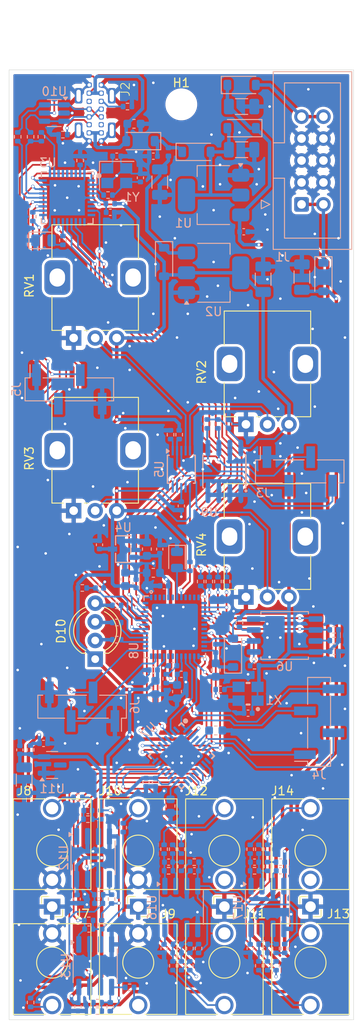
<source format=kicad_pcb>
(kicad_pcb (version 20241229) (generator "pcbnew") (generator_version "9.0")
  (layers (0 "F.Cu" signal) (2 "B.Cu" signal) (13 "F.Paste" user) (15 "B.Paste" user) (5 "F.SilkS" user "F.Silkscreen") (7 "B.SilkS" user "B.Silkscreen") (1 "F.Mask" user) (3 "B.Mask" user) (25 "Edge.Cuts" user))
  (net 0 "")
  (net 1 "+12V")
  (net 2 "GND")
  (net 3 "-12V")
  (net 4 "Net-(D4-K)")
  (net 5 "Net-(D3-A)")
  (net 6 "+3V3")
  (net 7 "+1V2")
  (net 8 "/VBUS")
  (net 9 "+5V")
  (net 10 "Net-(U3-NRST)")
  (net 11 "Net-(D5-K)")
  (net 12 "Net-(U8-VCCPLL)")
  (net 13 "Net-(U3-OCS_IN{slash}PD0)")
  (net 14 "Net-(C35-Pad1)")
  (net 15 "Net-(D1-A)")
  (net 16 "Net-(D2-K)")
  (net 17 "/CDONE")
  (net 18 "Net-(D9-A)")
  (net 20 "/CC2")
  (net 21 "/D-")
  (net 23 "/D+")
  (net 24 "/CC1")
  (net 25 "/IN1")
  (net 26 "Net-(U12A-+)")
  (net 27 "Net-(U12B-+)")
  (net 28 "/SPI_SS")
  (net 29 "/SPI_SCK")
  (net 30 "Net-(U6-IO2)")
  (net 31 "Net-(U6-IO3)")
  (net 32 "Net-(U3-BOOT0)")
  (net 33 "Net-(U3-PB0)")
  (net 34 "Net-(U3-PA11)")
  (net 35 "Net-(U3-PA12)")
  (net 36 "Net-(U3-OCS_OUT{slash}PD1)")
  (net 37 "/RGB2")
  (net 38 "/RGB1")
  (net 39 "/RGB0")
  (net 40 "/MCO")
  (net 41 "/IN2")
  (net 42 "/USB_ENUM")
  (net 43 "/UART1_TX")
  (net 44 "/SPI_MOSI")
  (net 45 "/SWDIO")
  (net 46 "/SWCLK")
  (net 47 "/SPI_MISO")
  (net 48 "/UART1_RX")
  (net 49 "/CRESET")
  (net 53 "/-10V_REF")
  (net 60 "/IN3")
  (net 63 "Net-(U13A-+)")
  (net 65 "/IN4")
  (net 69 "Net-(U13B-+)")
  (net 71 "Net-(U16A--)")
  (net 78 "Net-(C40-Pad2)")
  (net 79 "Net-(U16B--)")
  (net 80 "Net-(C41-Pad2)")
  (net 82 "Net-(U17A--)")
  (net 84 "Net-(U8-IOB_3b_G6)")
  (net 85 "Net-(C42-Pad2)")
  (net 86 "Net-(C43-Pad2)")
  (net 87 "Net-(U17B--)")
  (net 88 "Net-(U7-AVDRV)")
  (net 89 "Net-(U7-VCOM)")
  (net 90 "Net-(D10-RK)")
  (net 91 "Net-(D10-GK)")
  (net 92 "Net-(D10-BK)")
  (net 93 "/I2C_RDY")
  (net 94 "/I2C_SDA")
  (net 95 "/I2C_SCL")
  (net 96 "/BCLK")
  (net 97 "/SDOUT1")
  (net 98 "/LRCLK")
  (net 99 "/SDIN1")
  (net 100 "Net-(J7-PadT)")
  (net 101 "Net-(J8-PadT)")
  (net 102 "Net-(J9-PadT)")
  (net 103 "Net-(J10-PadT)")
  (net 104 "Net-(J11-PadT)")
  (net 106 "Net-(J12-PadT)")
  (net 109 "Net-(J13-PadT)")
  (net 111 "Net-(J14-PadT)")
  (net 112 "Net-(U5-ADDR)")
  (net 113 "Net-(R36-Pad1)")
  (net 114 "Net-(U7-AOUT1L)")
  (net 115 "Net-(R38-Pad1)")
  (net 116 "Net-(R40-Pad2)")
  (net 117 "Net-(R41-Pad2)")
  (net 118 "Net-(U7-AOUT1R)")
  (net 119 "/MCLK_12MHz")
  (net 120 "Net-(R49-Pad2)")
  (net 121 "Net-(U7-AOUT2L)")
  (net 122 "Net-(R50-Pad2)")
  (net 123 "Net-(R55-Pad2)")
  (net 124 "Net-(R56-Pad2)")
  (net 125 "Net-(U7-AOUT2R)")
  (net 126 "/MCLK_49.152MHz")
  (net 127 "Net-(X1-OUT)")
  (net 128 "Net-(U5-AIN0)")
  (net 129 "Net-(U5-AIN1)")
  (net 130 "Net-(U5-AIN2)")
  (net 131 "Net-(U5-AIN3)")
  (net 138 "/PDN")
  (net 144 "Net-(U3-PA7)")
  (net 145 "Net-(U3-PA6)")
  (net 146 "Net-(U3-PA5)")
  (net 147 "Net-(U3-PA1)")
  (footprint "Connector_Audio:Jack_3.5mm_QingPu_WQP-PJ398SM_Vertical_CircularHoles" (layer "F.Cu") (at 145 136.9 180)
    (property "Reference" "J11")
    (property "Value" "OUT1")
  )
  (footprint "Library:Potentiometer_Alps_RK09K_Single_Vertical_DSHAFT" (layer "F.Cu") (at 127.5 71.05 90)
    (property "Reference" "RV1")
    (property "Value" "B10k")
  )
  (footprint "Connector_Audio:Jack_3.5mm_QingPu_WQP-PJ398SM_Vertical_CircularHoles" (layer "F.Cu") (at 135 136.9)
    (property "Reference" "J10")
    (property "Value" "IN4")
  )
  (footprint "Connector_Audio:Jack_3.5mm_QingPu_WQP-PJ398SM_Vertical_CircularHoles" (layer "F.Cu") (at 125 136.9)
    (property "Reference" "J8")
    (property "Value" "IN2")
  )
  (footprint "Connector_Audio:Jack_3.5mm_QingPu_WQP-PJ398SM_Vertical_CircularHoles" (layer "F.Cu") (at 135 136.9 180)
    (property "Reference" "J9")
    (property "Value" "IN3")
  )
  (footprint "Library:UJ20-C-V-C-2-SMT-TR" (layer "F.Cu") (at 130 45 90)
    (property "Reference" "J2")
    (property "Value" "USB_C_Receptacle_USB2.0_16P")
  )
  (footprint "MountingHole:MountingHole_3.2mm_M3" (layer "F.Cu") (at 140 44)
    (property "Reference" "H1")
    (property "Value" "MountingHole")
  )
  (footprint "Connector_Audio:Jack_3.5mm_QingPu_WQP-PJ398SM_Vertical_CircularHoles" (layer "F.Cu") (at 155 136.9 180)
    (property "Reference" "J13")
    (property "Value" "OUT3")
  )
  (footprint "Library:Potentiometer_Alps_RK09K_Single_Vertical_DSHAFT" (layer "F.Cu") (at 147.5 81.05 90)
    (property "Reference" "RV2")
    (property "Value" "B10k")
  )
  (footprint "Library:Potentiometer_Alps_RK09K_Single_Vertical_DSHAFT" (layer "F.Cu") (at 127.5 91.05 90)
    (property "Reference" "RV3")
    (property "Value" "B10k")
  )
  (footprint "Connector_Audio:Jack_3.5mm_QingPu_WQP-PJ398SM_Vertical_CircularHoles" (layer "F.Cu") (at 125 136.9 180)
    (property "Reference" "J7")
    (property "Value" "IN1")
  )
  (footprint "Library:Potentiometer_Alps_RK09K_Single_Vertical_DSHAFT" (layer "F.Cu") (at 147.5 101.05 90)
    (property "Reference" "RV4")
    (property "Value" "B10k")
  )
  (footprint "Connector_Audio:Jack_3.5mm_QingPu_WQP-PJ398SM_Vertical_CircularHoles" (layer "F.Cu") (at 145 136.9)
    (property "Reference" "J12")
    (property "Value" "OUT2")
  )
  (footprint "LED_THT:LED_D5.0mm-4_RGB_Wide_Pins" (layer "F.Cu") (at 130 108.24 90)
    (property "Reference" "D10")
    (property "Value" "LED_ARGB")
  )
  (footprint "Connector_Audio:Jack_3.5mm_QingPu_WQP-PJ398SM_Vertical_CircularHoles" (layer "F.Cu") (at 155 136.9)
    (property "Reference" "J14")
    (property "Value" "OUT4")
  )
  (footprint "Resistor_SMD:R_0402_1005Metric" (layer "B.Cu") (at 122.5 148 -90)
    (property "Reference" "R9" (hide yes))
    (property "Value" "100k")
  )
  (footprint "Capacitor_SMD:C_0402_1005Metric" (layer "B.Cu") (at 157.7475 107.345)
    (property "Reference" "C15" (hide yes))
    (property "Value" "100n")
  )
  (footprint "Resistor_SMD:R_0402_1005Metric" (layer "B.Cu") (at 139.02 143.75 -90)
    (property "Reference" "R48" (hide yes))
    (property "Value" "1k")
  )
  (footprint "Resistor_SMD:R_0402_1005Metric" (layer "B.Cu") (at 141 141.75 90)
    (property "Reference" "R42" (hide yes))
    (property "Value" "200k")
  )
  (footprint "Resistor_SMD:R_0402_1005Metric" (layer "B.Cu") (at 126.25 59.75 -90)
    (property "Reference" "R12" (hide yes))
    (property "Value" "10k")
  )
  (footprint "Resistor_SMD:R_0402_1005Metric" (layer "B.Cu") (at 143 81 90)
    (property "Reference" "R31" (hide yes))
    (property "Value" "2k2")
  )
  (footprint "Diode_SMD:D_SOD-123" (layer "B.Cu") (at 147 46.75 180)
    (property "Reference" "D3" (hide yes))
    (property "Value" "B5819W SL")
  )
  (footprint "Capacitor_SMD:C_0402_1005Metric" (layer "B.Cu") (at 139.52 141.25 180)
    (property "Reference" "C41" (hide yes))
    (property "Value" "100p")
  )
  (footprint "Resistor_SMD:R_0402_1005Metric" (layer "B.Cu") (at 151 141.75 90)
    (property "Reference" "R57" (hide yes))
    (property "Value" "200k")
  )
  (footprint "Resistor_SMD:R_0402_1005Metric" (layer "B.Cu") (at 142 141.75 90)
    (property "Reference" "R40" (hide yes))
    (property "Value" "4k7")
  )
  (footprint "Resistor_SMD:R_0402_1005Metric" (layer "B.Cu") (at 122.75 57 90)
    (property "Reference" "R46" (hide yes))
    (property "Value" "100R")
  )
  (footprint "Resistor_SMD:R_0402_1005Metric" (layer "B.Cu") (at 131.75 55.5 180)
    (property "Reference" "R11" (hide yes))
    (property "Value" "10k")
  )
  (footprint "Resistor_SMD:R_0402_1005Metric" (layer "B.Cu") (at 141 97.5 90)
    (property "Reference" "R24" (hide yes))
    (property "Value" "2k2")
  )
  (footprint "Resistor_SMD:R_0402_1005Metric" (layer "B.Cu") (at 138 130.25 90)
    (property "Reference" "R34" (hide yes))
    (property "Value" "1k")
  )
  (footprint "Capacitor_SMD:C_0402_1005Metric" (layer "B.Cu") (at 139 109 180)
    (property "Reference" "C20" (hide yes))
    (property "Value" "100n")
  )
  (footprint "Resistor_SMD:R_0402_1005Metric" (layer "B.Cu") (at 128 124.25 180)
    (property "Reference" "R3" (hide yes))
    (property "Value" "100k")
  )
  (footprint "Capacitor_SMD:C_0603_1608Metric" (layer "B.Cu") (at 136.75 98.25 180)
    (property "Reference" "C47" (hide yes))
    (property "Value" "4u7F")
  )
  (footprint "Crystal:Crystal_SMD_3225-4Pin_3.2x2.5mm" (layer "B.Cu") (at 132.5 52.25)
    (property "Reference" "Y1")
    (property "Value" "X322512MSB4SI")
  )
  (footprint "Capacitor_SMD:C_0402_1005Metric" (layer "B.Cu") (at 147.75 114.5 180)
    (property "Reference" "C44" (hide yes))
    (property "Value" "100n")
  )
  (footprint "Capacitor_SMD:C_0402_1005Metric" (layer "B.Cu") (at 132.5 50)
    (property "Reference" "C31" (hide yes))
    (property "Value" "33p")
  )
  (footprint "Diode_SMD:D_SOD-123" (layer "B.Cu") (at 156.5 64 -90)
    (property "Reference" "D2" (hide yes))
    (property "Value" "B5819W SL")
  )
  (footprint "Resistor_SMD:R_0402_1005Metric" (layer "B.Cu") (at 148.5 132.75 180)
    (property "Reference" "R53" (hide yes))
    (property "Value" "100k")
  )
  (footprint "Resistor_SMD:R_0402_1005Metric" (layer "B.Cu") (at 138.75 82.25 -90)
    (property "Reference" "R25" (hide yes))
    (property "Value" "0R")
  )
  (footprint "Capacitor_SMD:C_0402_1005Metric" (layer "B.Cu") (at 136.75 50 180)
    (property "Reference" "C17" (hide yes))
    (property "Value" "100n")
  )
  (footprint "Resistor_SMD:R_0402_1005Metric" (layer "B.Cu") (at 131.905 136.025 -90)
    (property "Reference" "R5" (hide yes))
    (property "Value" "200k")
  )
  (footprint "Capacitor_SMD:C_0402_1005Metric" (layer "B.Cu") (at 145.5 81 90)
    (property "Reference" "C26" (hide yes))
    (property "Value" "100n")
  )
  (footprint "Package_TO_SOT_SMD:SOT-23" (layer "B.Cu") (at 125 120.5)
    (property "Reference" "U11")
    (property "Value" "LM4040DBZ-10")
  )
  (footprint "Capacitor_SMD:C_0402_1005Metric" (layer "B.Cu") (at 128 148.5 -90)
    (property "Reference" "C33" (hide yes))
    (property "Value" "100n")
  )
  (footprint "Capacitor_SMD:C_0402_1005Metric" (layer "B.Cu") (at 149.5 142.25 180)
    (property "Reference" "C43" (hide yes))
    (property "Value" "100p")
  )
  (footprint "Resistor_SMD:R_0402_1005Metric" (layer "B.Cu") (at 143.25 99.25 90)
    (property "Reference" "R65" (hide yes))
    (property "Value" "33R")
  )
  (footprint "Capacitor_SMD:C_0603_1608Metric" (layer "B.Cu") (at 144 109.5 -90)
    (property "Reference" "C51" (hide yes))
    (property "Value" "4u7F")
  )
  (footprint "Capacitor_SMD:C_0402_1005Metric" (layer "B.Cu") (at 131.75 56.5)
    (property "Reference" "C18" (hide yes))
    (property "Value" "100n")
  )
  (footprint "Capacitor_SMD:C_0402_1005Metric" (layer "B.Cu") (at 130.5 95 90)
    (property "Reference" "C9" (hide yes))
    (property "Value" "100n")
  )
  (footprint "Resistor_SMD:R_0402_1005Metric" (layer "B.Cu") (at 130.655 126.275 90)
    (property "Reference" "R2" (hide yes))
    (property "Value" "200k")
  )
  (footprint "Capacitor_SMD:C_0402_1005Metric" (layer "B.Cu") (at 121.25 118.75 90)
    (property "Reference" "C27" (hide yes))
    (property "Value" "100n")
  )
  (footprint "Diode_SMD:D_SOD-123" (layer "B.Cu") (at 135.25 48.25 180)
    (property "Reference" "D8" (hide yes))
    (property "Value" "B5819W SL")
  )
  (footprint "PCM_JLCPCB:SOIC-8_L5.0-W4.0-P1.27-LS6.0-BL" (layer "B.Cu") (at 145 86.5 180)
    (property "Reference" "U9")
    (property "Value" "M24C64")
  )
  (footprint "Capacitor_SMD:C_1206_3216Metric" (layer "B.Cu") (at 147 44.25)
    (property "Reference" "C1" (hide yes))
    (property "Value" "22uF")
  )
  (footprint "Connector_PinHeader_2.54mm:PinHeader_1x04_P2.54mm_Vertical_SMD_Pin1Left" (layer "B.Cu") (at 153.75 86.5 -90)
    (property "Reference" "J3")
    (property "Value" "Conn_01x04")
  )
  (footprint "Resistor_SMD:R_0402_1005Metric" (layer "B.Cu") (at 144.25 81 90)
    (property "Reference" "R30" (hide yes))
    (property "Value" "2k2")
  )
  (footprint "Capacitor_SMD:C_0402_1005Metric" (layer "B.Cu") (at 130.405 136.525 180)
    (property "Reference" "C8" (hide yes))
    (property "Value" "1n")
  )
  (footprint "Diode_SMD:D_SOD-123" (layer "B.Cu") (at 147 41.75)
    (property "Reference" "D1" (hide yes))
    (property "Value" "B5819W SL")
  )
  (footprint "Capacitor_SMD:C_0402_1005Metric" (layer "B.Cu") (at 148.5 131.75 180)
    (property "Reference" "C42" (hide yes))
    (property "Value" "100p")
  )
  (footprint "Connector_PinHeader_2.54mm:PinHeader_1x04_P2.54mm_Vertical_SMD_Pin1Left" (layer "B.Cu") (at 156 115.5)
    (property "Reference" "J4")
    (property "Value" "Conn_01x04")
  )
  (footprint "Resistor_SMD:R_0402_1005Metric" (layer "B.Cu") (at 140 130.25 -90)
    (property "Reference" "R37" (hide yes))
    (property "Value" "1k")
  )
  (footprint "Capacitor_SMD:C_0402_1005Metric" (layer "B.Cu") (at 148 141.75 -90)
    (property "Reference" "C38" (hide yes))
    (property "Value" "100n")
  )
  (footprint "Capacitor_SMD:C_1206_3216Metric" (layer "B.Cu") (at 147 49.25)
    (property "Reference" "C4" (hide yes))
    (property "Value" "22uF")
  )
  (footprint "Resistor_SMD:R_0402_1005Metric" (layer "B.Cu") (at 131.75 148.5 -90)
    (property "Reference" "R21" (hide yes))
    (property "Value" "200k")
  )
  (footprint "Package_SO:SOIC-8_3.9x4.9mm_P1.27mm" (layer "B.Cu") (at 129.75 131.25 -90)
    (property "Reference" "U12")
    (property "Value" "MCP6002-I-SN")
  )
  (footprint "Capacitor_SMD:C_0402_1005Metric" (layer "B.Cu") (at 138 99.75 180)
    (property "Reference" "C21" (hide yes))
    (property "Value" "100n")
  )
  (footprint "Locrius_KiCad:QFN-48_L7.0-W7.0-P0.50-TL-EP5.4-1" (layer "B.Cu") (at 139.25 104.5 -90)
    (property "Reference" "U8")
    (property "Value" "ICE40UP5K-SG48I")
  )
  (footprint "Resistor_SMD:R_0402_1005Metric" (layer "B.Cu") (at 140.98 143.75 90)
    (property "Reference" "R41" (hide yes))
    (property "Value" "1k")
  )
  (footprint "Resistor_SMD:R_0402_1005Metric" (layer "B.Cu") (at 138.52 132.75 180)
    (property "Reference" "R35" (hide yes))
    (property "Value" "100k")
  )
  (footprint "Resistor_SMD:R_0402_1005Metric" (layer "B.Cu") (at 122.5 47.75 -90)
    (property "Reference" "R19" (hide yes))
    (property "Value" "27R")
  )
  (footprint "Capacitor_SMD:C_0402_1005Metric" (layer "B.Cu") (at 144 107 90)
    (property "Reference" "C19" (hide yes))
    (property "Value" "100n")
  )
  (footprint "LED_SMD:LED_0805_2012Metric" (layer "B.Cu") (at 139.5 96.75 -90)
    (property "Reference" "D6" (hide yes))
    (property "Value" "C2290")
  )
  (footprint "Resistor_SMD:R_0402_1005Metric" (layer "B.Cu") (at 149 130.25 -90)
    (property "Reference" "R52" (hide yes))
    (property "Value" "27k")
  )
  (footprint "Capacitor_SMD:C_0402_1005Metric" (layer "B.Cu") (at 138.52 131.75 180)
    (property "Reference" "C40" (hide yes))
    (property "Value" "100p")
  )
  (footprint "Resistor_SMD:R_0402_1005Metric" (layer "B.Cu") (at 144.5 111.75)
    (property "Reference" "R61" (hide yes))
    (property "Value" "33R")
  )
  (footprint "Capacitor_SMD:C_0402_1005Metric" (layer "B.Cu") (at 151.5 132.75)
    (property "Reference" "C39" (hide yes))
    (property "Value" "100n")
  )
  (footprint "Resistor_SMD:R_0402_1005Metric" (layer "B.Cu") (at 139 130.25 -90)
    (property "Reference" "R36" (hide yes))
    (property "Value" "27k")
  )
  (footprint "Capacitor_SMD:C_0402_1005Metric" (layer "B.Cu") (at 140 90.5 -90)
    (property "Reference" "C25" (hide yes))
    (property "Value" "100n")
  )
  (footprint "Package_TO_SOT_SMD:SOT-223-3_TabPin2" (layer "B.Cu") (at 143.75 63.5)
    (property "Reference" "U2")
    (property "Value" "AMS1117-3.3")
  )
  (footprint "Resistor_SMD:R_0402_1005Metric" (layer "B.Cu") (at 132.5 105.99 180)
    (property "Reference" "R28" (hide yes))
    (property "Value" "1k")
  )
  (footprint "Resistor_SMD:R_0402_1005Metric" (layer "B.Cu") (at 139.75 82.25 90)
    (property "Reference" "R29" (hide yes))
    (property "Value" "2k2")
  )
  (footprint "Capacitor_SMD:C_0402_1005Metric" (layer "B.Cu") (at 136.75 109.5 180)
    (property "Reference" "C22" (hide yes))
    (property "Value" "100n")
  )
  (footprint "Locrius_KiCad:OSC-SMD_4P-L3.2-W2.5-BL-1" (layer "B.Cu") (at 147.75 112.25 180)
    (property "Reference" "X1")
    (property "Value" "SX3M49.152M20F30TNN")
  )
  (footprint "Diode_SMD:D_SOD-123" (layer "B.Cu") (at 141.75 49.5)
    (property "Reference" "D7" (hide yes))
    (property "Value" "B5819W SL")
  )
  (footprint "Resistor_SMD:R_0402_1005Metric" (layer "B.Cu") (at 126.25 47.5 180)
    (property "Reference" "R14" (hide yes))
    (property "Value" "5k1")
  )
  (footprint "Capacitor_SMD:C_0603_1608Metric" (layer "B.Cu") (at 144 116.5 180)
    (property "Reference" "C52" (hide yes))
    (property "Value" "2.2uF")
  )
  (footprint "Resistor_SMD:R_0402_1005Metric" (layer "B.Cu") (at 149.5 141.25 180)
    (property "Reference" "R59" (hide yes))
    (property "Value" "100k")
  )
  (footprint "Capacitor_SMD:C_0402_1005Metric" (layer "B.Cu") (at 127.905 136.025 -90)
    (property "Reference" "C29" (hide yes))
    (property "Value" "100n")
  )
  (footprint "Resistor_SMD:R_0402_1005Metric" (layer "B.Cu") (at 129.155 126.775)
    (property "Reference" "R4" (hide yes))
    (property "Value" "33k")
  )
  (footprint "Resistor_SMD:R_0402_1005Metric" (layer "B.Cu") (at 152 141.75 -90)
    (property "Reference" "R55" (hide yes))
    (property "Value" "4k7")
  )
  (footprint "Resistor_SMD:R_0402_1005Metric" (layer "B.Cu") (at 151 143.75 90)
    (property "Reference" "R56" (hide yes))
    (property "Value" "1k")
  )
  (footprint "Resistor_SMD:R_0402_1005Metric" (layer "B.Cu") (at 132.5 104 180)
    (property "Reference" "R27" (hide yes))
    (property "Value" "1k")
  )
  (footprint "Locrius_KiCad:QFN-36_L6.0-W6.0-P0.50-TL-EP4.1" (layer "B.Cu") (at 126.75 54.81 180)
    (property "Reference" "U3")
    (property "Value" "APM32F103TBU6")
  )
  (footprint "Capacitor_SMD:C_0402_1005Metric" (layer "B.Cu") (at 137 122.5 -90)
    (property "Reference" "C12" (hide yes))
    (property "Value" "10u")
  )
  (footprint "Resistor_SMD:R_0402_1005Metric" (layer "B.Cu") (at 146.75 104 -90)
    (property "Reference" "R7" (hide yes))
    (property "Value" "10k")
  )
  (footprint "Resistor_SMD:R_0402_1005Metric" (layer "B.Cu") (at 121 47.75 90)
    (property "Reference" "R18" (hide yes))
    (property "Value" "27R")
  )
  (footprint "Diode_SMD:D_SOD-123" (layer "B.Cu") (at 138 62.25 -90)
    (property "Reference" "D4" (hide yes))
    (property "Value" "B5819W SL")
  )
  (footprint "Capacitor_SMD:C_0603_1608Metric" (layer "B.Cu") (at 134.5 46.25)
    (property "Reference" "C16" (hide yes))
    (property "Value" "4u7F")
  )
  (footprint "Capacitor_SMD:C_0603_1608Metric" (layer "B.Cu") (at 133.5 99 90)
    (property "Reference" "C49" (hide yes))
    (property "Value" "4u7F")
  )
  (footprint "Connector_IDC:IDC-Header_2x05_P2.54mm_Vertical" (layer "B.Cu") (at 153.96 55.58)
    (property "Reference" "J1")
    (property "Value" "Eurorack Power")
  )
  (footprint "Capacitor_SMD:C_1206_3216Metric" (layer "B.Cu") (at 149.5 64.25 90)
    (property "Reference" "C6" (hide yes))
    (property "Value" "22uF")
  )
  (footprint "Package_SO:SOIC-8_5.3x5.3mm_P1.27mm" (layer "B.Cu") (at 152 105.5)
    (property "Reference" "U6")
    (property "Value" "W25Q32JVSSIQ")
  )
  (footprint "Capacitor_SMD:C_0402_1005Metric" (layer "B.Cu") (at 134.75 99.5 90)
    (property "Reference" "C24" (hide yes))
    (property "Value" "100n")
  )
  (footprint "Resistor_SMD:R_0402_1005Metric" (layer "B.Cu") (at 133.75 44.25)
    (property "Reference" "R15" (hide yes))
    (property "Value" "5k1")
  )
  (footprint "Capacitor_SMD:C_0402_1005Metric" (layer "B.Cu") (at 140 110)
    (property "Reference" "C23" (hide yes))
    (property "Value" "100n")
  )
  (footprint "Package_SO:SOIC-8_3.9x4.9mm_P1.27mm" (layer "B.Cu") (at 150 137 -90)
    (property "Reference" "U17")
    (property "Value" "TL072")
  )
  (footprint "Capacitor_SMD:C_0603_1608Metric" (layer "B.Cu") (at 139.5 112 -90)
    (property "Reference" "C50" (hide yes))
    (property "Value" "4u7F")
  )
  (footprint "Package_SO:SOIC-8_3.9x4.9mm_P1.27mm" (layer "B.Cu") (at 130 143.75 -90)
    (property "Reference" "U13")
    (property "Value" "MCP6002-I-SN")
  )
  (footprint "Capacitor_SMD:C_0402_1005Metric" (layer "B.Cu") (at 138 141.75 -90)
    (property "Reference" "C36" (hide yes))
    (property "Value" "100n")
  )
  (footprint "Capacitor_SMD:C_0402_1005Metric" (layer "B.Cu") (at 147.25 58.75)
    (property "Reference" "C5" (hide yes))
    (property "Value" "100n")
  )
  (footprint "Resistor_SMD:R_0402_1005Metric" (layer "B.Cu") (at 141.5 131.75 180)
    (property "Reference" "R39" (hide yes))
    (property "Value" "4k7")
  )
  (footprint "Resistor_SMD:R_0402_1005Metric" (layer "B.Cu") (at 157.7475 106.095 180)
    (property "Reference" "R8" (hide yes))
    (property "Value" "10k")
  )
  (footprint "Resistor_SMD:R_0402_1005Metric" (layer "B.Cu") (at 130.405 135.525)
    (property "Reference" "R16" (hide yes))
    (property "Value" "33k")
  )
  (footprint "Resistor_SMD:R_0402_1005Metric" (layer "B.Cu") (at 122.5 118.75 -90)
    (property "Reference" "R13" (hide yes))
    (property "Value" "2k")
  )
  (footprint "Resistor_SMD:R_0402_1005Metric" (layer "B.Cu") (at 145.25 99.25 90)
    (property "Reference" "R62" (hide yes))
    (property "Value" "33R")
  )
  (footprint "Capacitor_SMD:C_1206_3216Metric" (layer "B.Cu") (at 137.5 53 -90)
    (property "Reference" "C3" (hide yes))
    (property "Value" "22uF")
  )
  (footprint "Capacitor_SMD:C_0603_1608Metric" (layer "B.Cu") (at 137 111.525 -90)
    (property "Reference" "C48" (hide yes))
    (property "Value" "4u7F")
  )
  (footprint "Capacitor_SMD:C_0603_1608Metric" (layer "B.Cu") (at 138.75 125.25 90)
    (property "Reference" "C53" (hide yes))
    (property "Value" "2.2uF")
  )
  (footprint "Package_TO_SOT_SMD:SOT-23-6" (layer "B.Cu") (at 125.25 45 180)
    (property "Reference" "U10")
    (property "Value" "USBLC6-2SC6")
  )
  (footprint "Connector_PinHeader_2.54mm:PinHeader_1x04_P2.54mm_Vertical_SMD_Pin1Left" (layer "B.Cu") (at 127 77 -90)
    (property "Reference" "J5")
    (property "Value" "Conn_01x04")
  )
  (footprint "Resistor_SMD:R_0402_1005Metric" (layer "B.Cu") (at 129.25 138.5)
    (property "Reference" "R32" (hide yes))
    (property "Value" "33k")
  )
  (footprint "Capacitor_SMD:C_0402_1005Metric" (layer "B.Cu") (at 124 118)
    (property "Reference" "C13" (hide yes))
    (property "Value" "100n")
  )
  (footprint "Resistor_SMD:R_0402_1005Metric" (layer "B.Cu") (at 150 143.75 90)
    (property "Reference" "R58" (hide yes))
    (property "Value" "27k")
  )
  (footprint "Resistor_SMD:R_0402_1005Metric" (layer "B.Cu") (at 142.25 99.25 90)
    (property "Reference" "R63" (hide yes))
    (property "Value" "33R")
  )
  (footprint "Resistor_SMD:R_0402_1005Metric" (layer "B.Cu") (at 131.49 54.5)
    (property "Reference" "R23" (hide yes))
    (property "Value" "1k")
  )
  (footprint "Capacitor_SMD:C_1206_3216Metric" (layer "B.Cu") (at 121.75 122.25 -90)
    (property "Reference" "C14" (hide yes))
    (property "Value" "22uF")
  )
  (footprint "Diode_SMD:D_SOD-123" (layer "B.Cu") (at 146 107.5 90)
    (property "Reference" "D5" (hide yes))
    (property "Value" "1N4148W")
  )
  (footprint "Resistor_SMD:R_0402_1005Metric" (layer "B.Cu") (at 138.25 110.5 -90)
    (property "Reference" "R45" (hide yes))
    (property "Value" "100R")
  )
  (footprint "Capacitor_SMD:C_0402_1005Metric" (layer "B.Cu") (at 135.25 52.5 90)
    (property "Reference" "C35" (hide yes))
    (property "Value" "33p")
  )
  (footprint "Resistor_SMD:R_0402_1005Metric" (layer "B.Cu") (at 130.75 139 90)
    (property "Reference" "R17" (hide yes))
    (property "Value" "200k")
  )
  (footprint "Resistor_SMD:R_0402_1005Metric" (layer "B.Cu") (at 134 146.25)
    (property "Reference" "R22" (hide yes))
    (property "Value" "100k")
  )
  (footprint "Resistor_SMD:R_0402_1005Metric" (layer "B.Cu") (at 148 130.25 90)
    (property "Reference" "R54" (hide yes))
    (property "Value" "1k")
  )
  (footprint "Capacitor_SMD:C_0402_1005Metric" (layer "B.Cu") (at 137.5 95.5 90)
    (property "Reference" "C10" (hide yes))
    (property "Value" "100n")
  )
  (footprint "Resistor_SMD:R_0402_1005Metric" (layer "B.Cu") (at 132.5 102.01 180)
    (property "Reference" "R26" (hide yes))
    (property "Value" "1k")
  )
  (footprint "Resistor_SMD:R_0402_1005Metric" (layer "B.Cu") (at 133.25 127.75 90)
    (property "Reference" "R20" (hide yes))
    (property "Value" "100k")
  )
  (footprint "Resistor_SMD:R_0402_1005Metric" (layer "B.Cu") (at 128.5 100 180)
    (property "Reference" "R66" (hide yes))
    (property "Value" "1k")
  )
  (footprint "Capacitor_SMD:C_0402_1005Metric" (layer "B.Cu") (at 129.155 125.775 180)
    (property "Reference" "C7" (hide yes))
    (property "Value" "1n")
  )
  (footprint "Connector_PinHeader_2.54mm:PinHeader_1x04_P2.54mm_Vertical_SMD_Pin1Left" (layer "B.Cu") (at 128.48 113.75 90)
    (property "Reference" "J6")
    (property "Value" "Conn_01x04")
  )
  (footprint "LED_SMD:LED_0805_2012Metric" (layer "B.Cu") (at 124 59.75)
    (property "Reference" "D9" (hide yes))
    (property "Value" "C2290")
  )
  (footprint "Resistor_SMD:R_0402_1005Metric" (layer "B.Cu") (at 151.5 131.75 180)
    (property "Reference" "R49" (hide yes))
    (property "Value" "4k7")
  )
  (footprint "PCM_JLCPCB:TSSOP-10_3x3mm_P0.5mm" (layer "B.Cu") (at 140 86.25 -90)
    (property "Reference" "U5")
    (property "Value" "ADS1015IDGS")
  )
  (footprint "Resistor_SMD:R_0402_1005Metric" (layer "B.Cu") (at 140 143.75 90)
    (property "Reference" "R43" (hide yes))
    (property "Value" "27k")
  )
  (footprint "Locrius_KiCad:SOT-23-3_L2.9-W1.6-P1.90-LS2.8-BR" (layer "B.Cu") (at 133.25 95.5)
    (property "Reference" "U4")
    (property "Value" "LR8103A-T12")
  )
  (footprint "Resistor_SMD:R_0402_1005Metric" (layer "B.Cu") (at 130.25 149)
    (property "Reference" "R33" (hide yes))
    (property "Value" "33k")
  )
  (footprint "Resistor_SMD:R_0402_1005Metric" (layer "B.Cu") (at 123.75 47.75 -90)
    (property "Reference" "R47" (hide yes))
    (property "Value" "1k5")
  )
  (footprint "Capacitor_SMD:C_0402_1005Metric" (layer "B.Cu") (at 130.5 100)
    (property "Reference" "C30" (hide yes))
    (property "Value" "100n")
  )
  (footprint "Locrius_KiCad:VFQFN-32_L5.0-W5.0-P0.50-TL-EP3.7" (layer "B.Cu") (at 140.013208 119.454882 -135)
    (property "Reference" "U7")
    (property "Value" "AK4619VN")
  )
  (footprint "Capacitor_SMD:C_0402_1005Metric" (layer "B.Cu") (at 129.25 139.5 180)
    (property "Reference" "C28" (hide yes))
    (property "Value" "1n")
  )
  (footprint "Capacitor_SMD:C_0402_1005Metric" (layer "B.Cu") (at 130.25 148 180)
    (property "Reference" "C32" (hide yes))
    (property "Value" "1n")
  )
  (footprint "Resistor_SMD:R_0402_1005Metric" (layer "B.Cu") (at 139.51 142.25 180)
    (property "Reference" "R44" (hide yes))
    (property "Value" "100k")
  )
  (footprint "Package_SO:SOIC-8_3.9x4.9mm_P1.27mm" (layer "B.Cu") (at 140 137 -90)
    (property "Reference" "U16")
    (property "Value" "TL072")
  )
  (footprint "Resistor_SMD:R_0402_1005Metric" (layer "B.Cu") (at 140 132.25 90)
    (property "Reference" "R38" (hide yes))
    (property "Value" "200k")
  )
  (footprint "Resistor_SMD:R_0402_1005Metric" (layer "B.Cu") (at 157.7475 104.845 180)
    (property "Reference" "R6" (hide yes))
    (property "Value" "10k")
  )
  (footprint "Resistor_SMD:R_0402_1005Metric" (layer "B.Cu") (at 144.25 99.25 90)
    (property "Reference" "R64" (hide yes))
    (property "Value" "33R")
  )
  (footprint "Resistor_SMD:R_0402_1005Metric" (layer "B.Cu") (at 148.5 109 180)
    (property "Reference" "R1" (hide yes))
    (property "Value" "10k")
  )
  (footprint "Package_TO_SOT_SMD:SOT-223-3_TabPin2" (layer "B.Cu") (at 143.75 54.5 180)
    (property "Reference" "U1")
    (property "Value" "AMS1117-5.0")
  )
  (footprint "Resistor_SMD:R_0402_1005Metric" (layer "B.Cu") (at 149 143.75 -90)
    (property "Reference" "R60" (hide yes))
    (property "Value" "1k")
  )
  (footprint "Capacitor_SMD:C_1206_3216Metric" (layer "B.Cu") (at 154 64 -90)
    (property "Reference" "C2" (hide yes))
    (property "Value" "22uF")
  )
  (footprint "Capacitor_SMD:C_0402_1005Metric" (layer "B.Cu") (at 135.9 122.5 -90)
    (property "Reference" "C11" (hide yes))
    (property "Value" "100n")
  )
  (footprint "Resistor_SMD:R_0402_1005Metric" (layer "B.Cu") (at 128.25 50.5 90)
    (property "Reference" "R10" (hide yes))
    (property "Value" "10k")
  )
  (footprint "Resistor_SMD:R_0402_1005Metric" (layer "B.Cu") (at 150 132.25 -90)
    (property "Reference" "R51" (hide yes))
    (property "Value" "200k")
  )
  (footprint "Inductor_SMD:L_0402_1005Metric" (layer "B.Cu") (at 138.5 49.5 -90)
    (property "Reference" "FB1" (hide yes))
    (property "Value" "BLM15H")
  )
  (footprint "Capacitor_SMD:C_0603_1608Metric" (layer "B.Cu") (at 136 95.5 90)
    (property "Reference" "C46" (hide yes))
    (property "Value" "4u7F")
  )
  (footprint "Resistor_SMD:R_0402_1005Metric" (layer "B.Cu") (at 150 130.25 -90)
    (property "Reference" "R50" (hide yes))
    (property "Value" "1k")
  )
  (footprint "Capacitor_SMD:C_0402_1005Metric" (layer "B.Cu") (at 141.52 132.75)
    (property "Reference" "C37" (hide yes))
    (property "Value" "100n")
  )
  (gr_rect (start 120 40) (end 160 150) (stroke (width 0.05)) (fill no) (layer "Edge.Cuts"))
  (segment (start 157 118.75) (end 151.75 124) (width 0.4) (layer "F.Cu") (net 1))
  (segment (start 151.75 129.5) (end 151 130.25) (width 0.4) (layer "F.Cu") (net 1))
  (segment (start 151.25 145.75) (end 143.5 145.75) (width 0.4) (layer "F.Cu") (net 1))
  (segment (start 143.5 145.75) (end 138 140.25) (width 0.4) (layer "F.Cu") (net 1))
  (segment (start 151 130.25) (end 151 134.75) (width 0.4) (layer "F.Cu") (net 1))
  (segment (start 151.75 145.25) (end 151.25 145.75) (width 0.4) (layer "F.Cu") (net 1))
  (segment (start 157 62.25) (end 157 118.75) (width 0.4) (layer "F.Cu") (net 1))
  (segment (start 138 140.25) (end 138 137.75) (width 0.4) (layer "F.Cu") (net 1))
  (segment (start 151.75 143.75) (end 151.75 145.25) (width 0.4) (layer "F.Cu") (net 1))
  (segment (start 151 134.75) (end 148.25 137.5) (width 0.4) (layer "F.Cu") (net 1))
  (segment (start 148.25 137.5) (end 148.25 140.25) (width 0.4) (layer "F.Cu") (net 1))
  (segment (start 148.25 140.25) (end 151.75 143.75) (width 0.4) (layer "F.Cu") (net 1))
  (segment (start 155 60.25) (end 157 62.25) (width 0.4) (layer "F.Cu") (net 1))
  (segment (start 149 60.25) (end 155 60.25) (width 0.4) (layer "F.Cu") (net 1))
  (segment (start 151.75 124) (end 151.75 129.5) (width 0.4) (layer "F.Cu") (net 1))
  (via (at 149 60.25) (size 0.4) (drill 0.3) (layers "F.Cu" "B.Cu") (net 1))
  (via (at 148.25 137.5) (size 0.4) (drill 0.3) (layers "F.Cu" "B.Cu") (net 1))
  (via (at 138 137.75) (size 0.4) (drill 0.3) (layers "F.Cu" "B.Cu") (net 1))
  (segment (start 138 139.38) (end 138.095 139.475) (width 0.4) (layer "B.Cu") (net 1))
  (segment (start 148.65 46.75) (end 150.25 48.35) (width 0.4) (layer "B.Cu") (net 1))
  (segment (start 147.25 60.25) (end 149 60.25) (width 0.4) (layer "B.Cu") (net 1))
  (segment (start 150.25 48.35) (end 150.25 53.45) (width 0.4) (layer "B.Cu") (net 1))
  (segment (start 145.35 41.75) (end 145.35 44.075) (width 0.4) (layer "B.Cu") (net 1))
  (segment (start 148 141.27) (end 148 139.57) (width 0.2) (layer "B.Cu") (net 1))
  (segment (start 146.77 58.75) (end 146.77 59.77) (width 0.4) (layer "B.Cu") (net 1))
  (segment (start 150.25 53.45) (end 146.9 56.8) (width 0.4) (layer "B.Cu") (net 1))
  (segment (start 148.25 137.5) (end 148.095 137.655) (width 0.4) (layer "B.Cu") (net 1))
  (segment (start 145.35 44.075) (end 145.525 44.25) (width 0.4) (layer "B.Cu") (net 1))
  (segment (start 148.65 46.75) (end 148.025 46.75) (width 0.4) (layer "B.Cu") (net 1))
  (segment (start 148.025 46.75) (end 145.525 44.25) (width 0.4) (layer "B.Cu") (net 1))
  (segment (start 138.095 141.175) (end 138 141.27) (width 0.2) (layer "B.Cu") (net 1))
  (segment (start 146.77 56.93) (end 146.9 56.8) (width 0.4) (layer "B.Cu") (net 1))
  (segment (start 146.77 58.75) (end 146.77 56.93) (width 0.4) (layer "B.Cu") (net 1))
  (segment (start 148.095 137.655) (end 148.095 139.475) (width 0.4) (layer "B.Cu") (net 1))
  (segment (start 146.77 59.77) (end 147.25 60.25) (width 0.4) (layer "B.Cu") (net 1))
  (segment (start 138 137.75) (end 138 139.38) (width 0.4) (layer "B.Cu") (net 1))
  (segment (start 148 139.57) (end 148.095 139.475) (width 0.2) (layer "B.Cu") (net 1))
  (segment (start 138.095 139.475) (end 138.095 141.175) (width 0.2) (layer "B.Cu") (net 1))
  (via (at 130.5 97.5) (size 0.4) (drill 0.3) (layers "F.Cu" "B.Cu") (net 2))
  (via (at 140.228132 102.206795) (size 0.4) (drill 0.3) (layers "F.Cu" "B.Cu") (net 2))
  (via (at 148.75 53.25) (size 0.4) (drill 0.3) (layers "F.Cu" "B.Cu") (net 2))
  (via (at 129.035531 136.671978) (size 0.4) (drill 0.3) (layers "F.Cu" "B.Cu") (net 2))
  (via (at 129.75 130.5) (size 0.4) (drill 0.3) (layers "F.Cu" "B.Cu") (net 2))
  (via (at 154 86.75) (size 0.4) (drill 0.3) (layers "F.Cu" "B.Cu") (net 2))
  (via (at 144.5 51) (size 0.4) (drill 0.3) (layers "F.Cu" "B.Cu") (net 2))
  (via (at 141.298535 120.278259) (size 0.4) (drill 0.3) (layers "F.Cu" "B.Cu") (net 2))
  (via (at 137.176618 102.307174) (size 0.4) (drill 0.3) (layers "F.Cu" "B.Cu") (net 2))
  (via (at 150 105.75) (size 0.4) (drill 0.3) (layers "F.Cu" "B.Cu") (net 2))
  (via (at 134 74.75) (size 0.4) (drill 0.3) (layers "F.Cu" "B.Cu") (net 2))
  (via (at 138.75 52.75) (size 0.4) (drill 0.3) (layers "F.Cu" "B.Cu") (net 2))
  (via (at 136 127) (size 0.4) (drill 0.3) (layers "F.Cu" "B.Cu") (net 2))
  (via (at 143.25 133.5) (size 0.4) (drill 0.3) (layers "F.Cu" "B.Cu") (net 2))
  (via (at 147.918728 92.608638) (size 0.4) (drill 0.3) (layers "F.Cu" "B.Cu") (net 2))
  (via (at 150 64.25) (size 0.4) (drill 0.3) (layers "F.Cu" "B.Cu") (net 2))
  (via (at 137 93) (size 0.4) (drill 0.3) (layers "F.Cu" "B.Cu") (net 2))
  (via (at 126.75 54.81) (size 0.4) (drill 0.3) (layers "F.Cu" "B.Cu") (net 2))
  (via (at 149.896655 109.894776) (size 0.4) (drill 0.3) (layers "F.Cu" "B.Cu") (net 2))
  (via (at 154.084492 128.01473) (size 0.4) (drill 0.3) (layers "F.Cu" "B.Cu") (net 2))
  (via (at 132.5 120.25) (size 0.4) (drill 0.3) (layers "F.Cu" "B.Cu") (net 2))
  (via (at 133 58) (size 0.4) (drill 0.3) (layers "F.Cu" "B.Cu") (net 2))
  (via (at 136.75 68.25) (size 0.4) (drill 0.3) (layers "F.Cu" "B.Cu") (net 2))
  (via (at 121.657693 148.596973) (size 0.4) (drill 0.3) (layers "F.Cu" "B.Cu") (net 2))
  (via (at 142.5 86.25) (size 0.4) (drill 0.3) (layers "F.Cu" "B.Cu") (net 2))
  (via (at 138 123.5) (size 0.4) (drill 0.3) (layers "F.Cu" "B.Cu") (net 2))
  (via (at 151.5 66.5) (size 0.4) (drill 0.3) (layers "F.Cu" "B.Cu") (net 2))
  (via (at 145.25 107) (size 0.4) (drill 0.3) (layers "F.Cu" "B.Cu") (net 2))
  (via (at 128 121) (size 0.4) (drill 0.3) (layers "F.Cu" "B.Cu") (net 2))
  (via (at 133.769225 91.779537) (size 0.4) (drill 0.3) (layers "F.Cu" "B.Cu") (net 2))
  (via (at 148.25 97.75) (size 0.4) (drill 0.3) (layers "F.Cu" "B.Cu") (net 2))
  (via (at 123.75 106.5) (size 0.4) (drill 0.3) (layers "F.Cu" "B.Cu") (net 2))
  (via (at 126.75 109.25) (size 0.4) (drill 0.3) (layers "F.Cu" "B.Cu") (net 2))
  (via (at 127 77) (size 0.4) (drill 0.3) (layers "F.Cu" "B.Cu") (net 2))
  (via (at 136.739651 97.154344) (size 0.4) (drill 0.3) (layers "F.Cu" "B.Cu") (net 2))
  (via (at 130.25 118) (size 0.4) (drill 0.3) (layers "F.Cu" "B.Cu") (net 2))
  (via (at 147 134.5) (size 0.4) (drill 0.3) (layers "F.Cu" "B.Cu") (net 2))
  (via (at 133.25 79.75) (size 0.4) (drill 0.3) (layers "F.Cu" "B.Cu") (net 2))
  (via (at 124.5 61.5) (size 0.4) (drill 0.3) (layers "F.Cu" "B.Cu") (net 2))
  (via (at 150.75 75) (size 0.4) (drill 0.3) (layers "F.Cu" "B.Cu") (net 2))
  (via (at 151.317224 136.038908) (size 0.4) (drill 0.3) (layers "F.Cu" "B.Cu") (net 2))
  (via (at 140.881202 145.100656) (size 0.4) (drill 0.3) (layers "F.Cu" "B.Cu") (net 2))
  (via (at 129.75 132) (size 0.4) (drill 0.3) (layers "F.Cu" "B.Cu") (net 2))
  (via (at 155.332164 102.140518) (size 0.4) (drill 0.3) (layers "F.Cu" "B.Cu") (net 2))
  (via (at 152.801992 121.681123) (size 0.4) (drill 0.3) (layers "F.Cu" "B.Cu") (net 2))
  (via (at 121.145761 139.005784) (size 0.4) (drill 0.3) (layers "F.Cu" "B.Cu") (net 2))
  (via (at 144.25 65) (size 0.4) (drill 0.3) (layers "F.Cu" "B.Cu") (net 2))
  (via (at 121.25 116.25) (size 0.4) (drill 0.3) (layers "F.Cu" "B.Cu") (net 2))
  (via (at 137.25 82.25) (size 0.4) (drill 0.3) (layers "F.Cu" "B.Cu") (net 2))
  (via (at 124.25 96) (size 0.4) (drill 0.3) (layers "F.Cu" "B.Cu") (net 2))
  (via (at 127.332054 44.999999) (size 0.4) (drill 0.3) (layers "F.Cu" "B.Cu") (net 2))
  (via (at 148.5 90) (size 0.4) (drill 0.3) (layers "F.Cu" "B.Cu") (net 2))
  (via (at 137.859193 103.250734) (size 0.4) (drill 0.3) (layers "F.Cu" "B.Cu") (net 2))
  (via (at 133 112.75) (size 0.4) (drill 0.3) (layers "F.Cu" "B.Cu") (net 2))
  (via (at 141.874093 137.539291) (size 0.4) (drill 0.3) (layers "F.Cu" "B.Cu") (net 2))
  (via (at 141.081101 130.643272) (size 0.4) (drill 0.3) (layers "F.Cu" "B.Cu") (net 2))
  (via (at 153.248282 141.553069) (size 0.4) (drill 0.3) (layers "F.Cu" "B.Cu") (net 2))
  (via (at 139.5 71) (size 0.4) (drill 0.3) (layers "F.Cu" "B.Cu") (net 2))
  (via (at 153.706029 106.491937) (size 0.4) (drill 0.3) (layers "F.Cu" "B.Cu") (net 2))
  (via (at 133.57363 145.170921) (size 0.4) (drill 0.3) (layers "F.Cu" "B.Cu") (net 2))
  (via (at 126.5 81) (size 0.4) (drill 0.3) (layers "F.Cu" "B.Cu") (net 2))
  (via (at 137.75 86.25) (size 0.4) (drill 0.3) (layers "F.Cu" "B.Cu") (net 2))
  (via (at 159 71) (size 0.4) (drill 0.3) (layers "F.Cu" "B.Cu") (net 2))
  (via (at 128.125678 56.263307) (size 0.4) (drill 0.3) (layers "F.Cu" "B.Cu") (net 2))
  (via (at 121.5 72.75) (size 0.4) (drill 0.3) (layers "F.Cu" "B.Cu") (net 2))
  (via (at 158.5 64.5) (size 0.4) (drill 0.3) (layers "F.Cu" "B.Cu") (net 2))
  (via (at 137.858944 136.736261) (size 0.4) (drill 0.3) (layers "F.Cu" "B.Cu") (net 2))
  (via (at 140.013208 119.5) (size 0.4) (drill 0.3) (layers "F.Cu" "B.Cu") (net 2))
  (via (at 125.75 128) (size 0.4) (drill 0.3) (layers "F.Cu" "B.Cu") (net 2))
  (via (at 151.5 105.75) (size 0.4) (drill 0.3) (layers "F.Cu" "B.Cu") (net 2))
  (via (at 123.524738 147.648394) (size 0.4) (drill 0.3) (layers "F.Cu" "B.Cu") (net 2))
  (via (at 153.903811 116.812462) (size 0.4) (drill 0.3) (layers "F.Cu" "B.Cu") (net 2))
  (via (at 121 126.25) (size 0.4) (drill 0.3) (layers "F.Cu" "B.Cu") (net 2))
  (via (at 138.5 79.5) (size 0.4) (drill 0.3) (layers "F.Cu" "B.Cu") (net 2))
  (via (at 150.25 108) (size 0.4) (drill 0.3) (layers "F.Cu" "B.Cu") (net 2))
  (via (at 138.25 119.5) (size 0.4) (drill 0.3) (layers "F.Cu" "B.Cu") (net 2))
  (via (at 139.405635 145.753118) (size 0.4) (drill 0.3) (layers "F.Cu" "B.Cu") (net 2))
  (via (at 152.230461 113.342786) (size 0.4) (drill 0.3) (layers "F.Cu" "B.Cu") (net 2))
  (via (at 142.547489 143.313915) (size 0.4) (drill 0.3) (layers "F.Cu" "B.Cu") (net 2))
  (via (at 121 109.5) (size 0.4) (drill 0.3) (layers "F.Cu" "B.Cu") (net 2))
  (via (at 158.75 92.5) (size 0.4) (drill 0.3) (layers "F.Cu" "B.Cu") (net 2))
  (via (at 128.75 114.25) (size 0.4) (drill 0.3) (layers "F.Cu" "B.Cu") (net 2))
  (via (at 153.5 83.75) (size 0.4) (drill 0.3) (layers "F.Cu" "B.Cu") (net 2))
  (via (at 146.25 78) (size 0.4) (drill 0.3) (layers "F.Cu" "B.Cu") (net 2))
  (via (at 155.5 79) (size 0.4) (drill 0.3) (layers "F.Cu" "B.Cu") (net 2))
  (via (at 158.674149 120.476578) (size 0.4) (drill 0.3) (layers "F.Cu" "B.Cu") (net 2))
  (via (at 130.25 74.5) (size 0.4) (drill 0.3) (layers "F.Cu" "B.Cu") (net 2))
  (via (at 135 115.5) (size 0.4) (drill 0.3) (layers "F.Cu" "B.Cu") (net 2))
  (via (at 121.5 78) (size 0.4) (drill 0.3) (layers "F.Cu" "B.Cu") (net 2))
  (via (at 151.351681 99.323976) (size 0.4) (drill 0.3) (layers "F.Cu" "B.Cu") (net 2))
  (via (at 134.311413 110.925563) (size 0.4) (drill 0.3) (layers "F.Cu" "B.Cu") (net 2))
  (via (at 150.5 89.25) (size 0.4) (drill 0.3) (layers "F.Cu" "B.Cu") (net 2))
  (via (at 126.25 48.5) (size 0.4) (drill 0.3) (layers "F.Cu" "B.Cu") (net 2))
  (via (at 127 93.75) (size 0.4) (drill 0.3) (layers "F.Cu" "B.Cu") (net 2))
  (via (at 140.526387 110.895122) (size 0.4) (drill 0.3) (layers "F.Cu" "B.Cu") (net 2))
  (via (at 135.982719 145.783232) (size 0.4) (drill 0.3) (layers "F.Cu" "B.Cu") (net 2))
  (via (at 155.25 70) (size 0.4) (drill 0.3) (layers "F.Cu" "B.Cu") (net 2))
  (via (at 142.5 53.5) (size 0.4) (drill 0.3) (layers "F.Cu" "B.Cu") (net 2))
  (via (at 149.75 56.75) (size 0.4) (drill 0.3) (layers "F.Cu" "B.Cu") (net 2))
  (via (at 147.75 110) (size 0.4) (drill 0.3) (layers "F.Cu" "B.Cu") (net 2))
  (via (at 159 114) (size 0.4) (drill 0.3) (layers "F.Cu" "B.Cu") (net 2))
  (via (at 154.75 42.25) (size 0.4) (drill 0.3) (layers "F.Cu" "B.Cu") (net 2))
  (via (at 142 119.5) (size 0.4) (drill 0.3) (layers "F.Cu" "B.Cu") (net 2))
  (via (at 132.664687 97.272485) (size 0.4) (drill 0.3) (layers "F.Cu" "B.Cu") (net 2))
  (via (at 126.5 50.75) (size 0.4) (drill 0.3) (layers "F.Cu" "B.Cu") (net 2))
  (via (at 149 77.25) (size 0.4) (drill 0.3) (layers "F.Cu" "B.Cu") (net 2))
  (via (at 140.027124 123.491286) (size 0.4) (drill 0.3) (layers "F.Cu" "B.Cu") (net 2))
  (via (at 127.75 62) (size 0.4) (drill 0.3) (layers "F.Cu" "B.Cu") (net 2))
  (via (at 125.5 104.25) (size 0.4) (drill 0.3) (layers "F.Cu" "B.Cu") (net 2))
  (via (at 139 120.25) (size 0.4) (drill 0.3) (layers "F.Cu" "B.Cu") (net 2))
  (via (at 131.5 69.25) (size 0.4) (drill 0.3) (layers "F.Cu" "B.Cu") (net 2))
  (via (at 135.998521 100.030195) (size 0.4) (drill 0.3) (layers "F.Cu" "B.Cu") (net 2))
  (via (at 134.5 41.75) (size 0.4) (drill 0.3) (layers "F.Cu" "B.Cu") (net 2))
  (via (at 144.5 53.25) (size 0.4) (drill 0.3) (layers "F.Cu" "B.Cu") (net 2))
  (via (at 154.5 89) (size 0.4) (drill 0.3) (layers "F.Cu" "B.Cu") (net 2))
  (via (at 151.25 79.25) (size 0.4) (drill 0.3) (layers "F.Cu" "B.Cu") (net 2))
  (via (at 140.013208 120.25) (size 0.4) (drill 0.3) (layers "F.Cu" "B.Cu") (net 2))
  (via (at 140.75 68.25) (size 0.4) (drill 0.3) (layers "F.Cu" "B.Cu") (net 2))
  (via (at 129.75 88.25) (size 0.4) (drill 0.3) (layers "F.Cu" "B.Cu") (net 2))
  (via (at 148.5 85.5) (size 0.4) (drill 0.3) (layers "F.Cu" "B.Cu") (net 2))
  (via (at 159 109) (size 0.4) (drill 0.3) (layers "F.Cu" "B.Cu") (net 2))
  (via (at 150.854645 124.260857) (size 0.4) (drill 0.3) (layers "F.Cu" "B.Cu") (net 2))
  (via (at 141.523017 104.73634) (size 0.4) (drill 0.3) (layers "F.Cu" "B.Cu") (net 2))
  (via (at 141.191518 128.515242) (size 0.4) (drill 0.3) (layers "F.Cu" "B.Cu") (net 2))
  (via (at 154 91.25) (size 0.4) (drill 0.3) (layers "F.Cu" "B.Cu") (net 2))
  (via (at 148.294987 126.55953) (size 0.4) (drill 0.3) (layers "F.Cu" "B.Cu") (net 2))
  (via (at 147.75 67.25) (size 0.4) (drill 0.3) (layers "F.Cu" "B.Cu") (net 2))
  (via (at 143 66.25) (size 0.4) (drill 0.3) (layers "F.Cu" "B.Cu") (net 2))
  (via (at 146.75 47.25) (size 0.4) (drill 0.3) (layers "F.Cu" "B.Cu") (net 2))
  (via (at 152.749037 137.785555) (size 0.4) (drill 0.3) (layers "F.Cu" "B.Cu") (net 2))
  (via (at 137.5 57) (size 0.4) (drill 0.3) (layers "F.Cu" "B.Cu") (net 2))
  (via (at 132.5 52.25) (size 0.4) (drill 0.3) (layers "F.Cu" "B.Cu") (net 2))
  (via (at 145.49442 119.111427) (size 0.4) (drill 0.3) (layers "F.Cu" "B.Cu") (net 2))
  (via (at 137.907656 109.265372) (size 0.4) (drill 0.3) (layers "F.Cu" "B.Cu") (net 2))
  (via (at 134.75 49.5) (size 0.4) (drill 0.3) (layers "F.Cu" "B.Cu") (net 2))
  (via (at 149.975377 104.153866) (size 0.4) (drill 0.3) (layers "F.Cu" "B.Cu") (net 2))
  (via (at 150.363416 112.650173) (size 0.4) (drill 0.3) (layers "F.Cu" "B.Cu") (net 2))
  (via (at 149.122275 137.801113) (size 0.4) (drill 0.3) (layers "F.Cu" "B.Cu") (net 2))
  (via (at 139.25 59.5) (size 0.4) (drill 0.3) (layers "F.Cu" "B.Cu") (net 2))
  (via (at 140.75 78.5) (size 0.4) (drill 0.3) (layers "F.Cu" "B.Cu") (net 2))
  (via (at 125.335149 53.3724) (size 0.4) (drill 0.3) (layers "F.Cu" "B.Cu") (net 2))
  (via (at 150.25 44.25) (size 0.4) (drill 0.3) (layers "F.Cu" "B.Cu") (net 2))
  (via (at 143.75 62.25) (size 0.4) (drill 0.3) (layers "F.Cu" "B.Cu") (net 2))
  (via (at 142.044737 126.442421) (size 0.4) (drill 0.3) (layers "F.Cu" "B.Cu") (net 2))
  (via (at 155.5 64) (size 0.4) (drill 0.3) (layers "F.Cu" "B.Cu") (net 2))
  (via (at 141.412601 106.693725) (size 0.4) (drill 0.3) (layers "F.Cu" "B.Cu") (net 2))
  (via (at 124.5 87.5) (size 0.4) (drill 0.3) (layers "F.Cu" "B.Cu") (net 2))
  (via (at 137.979648 106.76399) (size 0.4) (drill 0.3) (layers "F.Cu" "B.Cu") (net 2))
  (via (at 128.075489 53.482816) (size 0.4) (drill 0.3) (layers "F.Cu" "B.Cu") (net 2))
  (via (at 143.75 56.25) (size 0.4) (drill 0.3) (layers "F.Cu" "B.Cu") (net 2))
  (via (at 150 58.5) (size 0.4) (drill 0.3) (layers "F.Cu" "B.Cu") (net 2))
  (via (at 121.326443 145.450099) (size 0.4) (drill 0.3) (layers "F.Cu" "B.Cu") (net 2))
  (via (at 155.5 59) (size 0.4) (drill 0.3) (layers "F.Cu" "B.Cu") (net 2))
  (via (at 155.392391 108.675175) (size 0.4) (drill 0.3) (layers "F.Cu" "B.Cu") (net 2))
  (via (at 133 125) (size 0.4) (drill 0.3) (layers "F.Cu" "B.Cu") (net 2))
  (via (at 131.110163 99.286882) (size 0.4) (drill 0.3) (layers "F.Cu" "B.Cu") (net 2))
  (via (at 146.071759 102.681645) (size 0.4) (drill 0.3) (layers "F.Cu" "B.Cu") (net 2))
  (via (at 140.25 85.25) (size 0.4) (drill 0.3) (layers "F.Cu" "B.Cu") (net 2))
  (via (at 143.5 47.5) (size 0.4) (drill 0.3) (layers "F.Cu" "B.Cu") (net 2))
  (via (at 125.75 123) (size 0.4) (drill 0.3) (layers "F.Cu" "B.Cu") (net 2))
  (via (at 125.305035 56.273345) (size 0.4) (drill 0.3) (layers "F.Cu" "B.Cu") (net 2))
  (via (at 135 112.75) (size 0.4) (drill 0.3) (layers "F.Cu" "B.Cu") (net 2))
  (via (at 121 95.25) (size 0.4) (drill 0.3) (layers "F.Cu" "B.Cu") (net 2))
  (via (at 140 91.75) (size 0.4) (drill 0.3) (layers "F.Cu" "B.Cu") (net 2))
  (via (at 142.25 145.75) (size 0.4) (drill 0.3) (layers "F.Cu" "B.Cu") (net 2))
  (via (at 138.25 114.25) (size 0.4) (drill 0.3) (layers "F.Cu" "B.Cu") (net 2))
  (via (at 131.25 60) (size 0.4) (drill 0.3) (layers "F.Cu" "B.Cu") (net 2))
  (via (at 134 72) (size 0.4) (drill 0.3) (layers "F.Cu" "B.Cu") (net 2))
  (via (at 148.5 84.25) (size 0.4) (drill 0.3) (layers "F.Cu" "B.Cu") (net 2))
  (via (at 156.455779 123.216918) (size 0.4) (drill 0.3) (layers "F.Cu" "B.Cu") (net 2))
  (via (at 131 92.75) (size 0.4) (drill 0.3) (layers "F.Cu" "B.Cu") (net 2))
  (via (at 133.5 81.5) (size 0.4) (drill 0.3) (layers "F.Cu" "B.Cu") (net 2))
  (via (at 154.874975 98.902385) (size 0.4) (drill 0.3) (layers "F.Cu" "B.Cu") (net 2))
  (via (at 138.75 94.25) (size 0.4) (drill 0.3) (layers "F.Cu" "B.Cu") (net 2))
  (via (at 132 63.75) (size 0.4) (drill 0.3) (layers "F.Cu" "B.Cu") (net 2))
  (via (at 129.75 50.75) (size 0.4) (drill 0.3) (layers "F.Cu" "B.Cu") (net 2))
  (via (at 129.406932 143.216672) (size 0.4) (drill 0.3) (layers "F.Cu" "B.Cu") (net 2))
  (via (at 151.5 83.25) (size 0.4) (drill 0.3) (layers "F.Cu" "B.Cu") (net 2))
  (via (at 158.25 59.5) (size 0.4) (drill 0.3) (layers "F.Cu" "B.Cu") (net 2))
  (via (at 133.75 87.75) (size 0.4) (drill 0.3) (layers "F.Cu" "B.Cu") (net 2))
  (via (at 147.686881 144.588725) (size 0.4) (drill 0.3) (layers "F.Cu" "B.Cu") (net 2))
  (via (at 137 62.5) (size 0.4) (drill 0.3) (layers "F.Cu" "B.Cu") (net 2))
  (via (at 149 51.5) (size 0.4) (drill 0.3) (layers "F.Cu" "B.Cu") (net 2))
  (via (at 134 118.75) (size 0.4) (drill 0.3) (layers "F.Cu" "B.Cu") (net 2))
  (via (at 126.716782 145.224247) (size 0.4) (drill 0.3) (layers "F.Cu" "B.Cu") (net 2))
  (via (at 127.75 98.5) (size 0.4) (drill 0.3) (layers "F.Cu" "B.Cu") (net 2))
  (via (at 126.5 118) (size 0.4) (drill 0.3) (layers "F.Cu" "B.Cu") (net 2))
  (via (at 151.75 61.5) (size 0.4) (drill 0.3) (layers "F.Cu" "B.Cu") (net 2))
  (via (at 136.75 41.5) (size 0.4) (drill 0.3) (layers "F.Cu" "B.Cu") (net 2))
  (via (at 147.833245 117.58567) (size 0.4) (drill 0.3) (layers "F.Cu" "B.Cu") (net 2))
  (via (at 128.794622 135.457395) (size 0.4) (drill 0.3) (layers "F.Cu" "B.Cu") (net 2))
  (via (at 151.5 84.75) (size 0.4) (drill 0.3) (layers "F.Cu" "B.Cu") (net 2))
  (segment (start 140.526387 110.526387) (end 140.48 110.48) (width 0.2) (layer "B.Cu") (net 2))
  (segment (start 140.013208 119.101329) (end 140.013208 119.454882) (width 0.2) (layer "B.Cu") (net 2))
  (segment (start 125.25 53.31) (end 126.75 54.81) (width 0.2) (layer "B.Cu") (net 2))
  (segment (start 140.932447 116.767876) (end 140.013208 117.687115) (width 0.2) (layer "B.Cu") (net 2))
  (segment (start 128.75 51.45034) (end 128.871 51.32934) (width 0.2) (layer "B.Cu") (net 2))
  (segment (start 135.975 98.25) (end 133.525 98.25) (width 0.2) (layer "B.Cu") (net 2))
  (segment (start 132.98 50.78) (end 133.6 51.4) (width 0.2) (layer "B.Cu") (net 2))
  (segment (start 123.94 53.31) (end 125.25 53.31) (width 0.2) (layer "B.Cu") (net 2))
  (segment (start 132.98 50) (end 132.98 50.78) (width 0.2) (layer "B.Cu") (net 2))
  (segment (start 140.013208 119.808435) (end 140.013208 119.5) (width 0.2) (layer "B.Cu") (net 2))
  (segment (start 146.03 81.05) (end 147.5 81.05) (width 0.2) (layer "B.Cu") (net 2))
  (segment (start 125.74 47.5) (end 125.74 47.99) (width 0.2) (layer "B.Cu") (net 2))
  (segment (start 138.740416 121.788334) (end 140.013208 120.515542) (width 0.2) (layer "B.Cu") (net 2))
  (segment (start 140 90.98) (end 140 91.75) (width 0.2) (layer "B.Cu") (net 2))
  (segment (start 138.024186 109.265372) (end 138.289558 109) (width 0.2) (layer "B.Cu") (net 2))
  (segment (start 135.836213 110.413787) (end 136.27 109.98) (width 0.2) (layer "B.Cu") (net 2))
  (segment (start 130.98 100) (end 130.98 99.417045) (width 0.2) (layer "B.Cu") (net 2))
  (segment (start 129.56 54.81) (end 126.75 54.81) (width 0.2) (layer "B.Cu") (net 2))
  (segment (start 131.65 53.1) (end 132.5 52.25) (width 0.2) (layer "B.Cu") (net 2))
  (segment (start 150.635 134.525) (end 150.635 133.135) (width 0.2) (layer "B.Cu") (net 2))
  (segment (start 128.871 51.32934) (end 128.871 50.611) (width 0.2) (layer "B.Cu") (net 2))
  (segment (start 131.4 53.1) (end 131.65 53.1) (width 0.2) (layer "B.Cu") (net 2))
  (segment (start 140 85) (end 140.25 85.25) (width 0.2) (layer "B.Cu") (net 2))
  (segment (start 140.635 133.155) (end 141.04 132.75) (width 0.2) (layer "B.Cu") (net 2))
  (segment (start 135.25 52.02) (end 134.22 52.02) (width 0.2) (layer "B.Cu") (net 2))
  (segment (start 140.526387 111.973613) (end 140.526387 110.895122) (width 0.4) (layer "B.Cu") (net 2))
  (segment (start 130.98 99.417045) (end 131.110163 99.286882) (width 0.2) (layer "B.Cu") (net 2))
  (segment (start 128.75 52) (end 128.75 52.81) (width 0.2) (layer "B.Cu") (net 2))
  (segment (start 139.725 112.775) (end 140.526387 111.973613) (width 0.4) (layer "B.Cu") (net 2))
  (segment (start 140.635 134.525) (end 140.635 133.155) (width 0.2) (layer "B.Cu") (net 2))
  (segment (start 128.75 52.81) (end 126.75 54.81) (width 0.2) (layer "B.Cu") (net 2))
  (segment (start 125.74 47.99) (end 126.25 48.5) (width 0.2) (layer "B.Cu") (net 2))
  (segment (start 133.6 51.4) (end 133.35 51.4) (width 0.2) (layer "B.Cu") (net 2))
  (segment (start 140.48 110.48) (end 140.48 110) (width 0.2) (layer "B.Cu") (net 2))
  (segment (start 140.013208 120.25) (end 140.013208 119.454882) (width 0.2) (layer "B.Cu") (net 2))
  (segment (start 150.635 133.135) (end 151.02 132.75) (width 0.2) (layer "B.Cu") (net 2))
  (segment (start 140.013208 117.687115) (end 140.013208 119.454882) (width 0.2) (layer "B.Cu") (net 2))
  (segment (start 147.27 113.67) (end 146.65 113.05) (width 0.4) (layer "B.Cu") (net 2))
  (segment (start 145.5 80.52) (end 146.03 81.05) (width 0.2) (layer "B.Cu") (net 2))
  (segment (start 138.952548 119.454882) (end 140.013208 119.454882) (width 0.2) (layer "B.Cu") (net 2))
  (segment (start 135.836213 110.456813) (end 135.836213 110.413787) (width 0.2) (layer "B.Cu") (net 2))
  (segment (start 138.289558 109) (end 138.52 109) (width 0.2) (layer "B.Cu") (net 2))
  (segment (start 134.22 52.02) (end 133.6 51.4) (width 0.2) (layer "B.Cu") (net 2))
  (segment (start 138.386862 117.474983) (end 140.013208 119.101329) (width 0.2) (layer "B.Cu") (net 2))
  (segment (start 139.5 112.775) (end 139.725 112.775) (width 0.4) (layer "B.Cu") (net 2))
  (segment (start 124.75 57.62) (end 124.75 58.0625) (width 0.2) (layer "B.Cu") (net 2))
  (segment (start 140.526387 110.895122) (end 140.526387 110.526387) (width 0.2) (layer "B.Cu") (net 2))
  (segment (start 136.27 109.98) (end 136.27 109.5) (width 0.2) (layer "B.Cu") (net 2))
  (segment (start 138.386862 121.434781) (end 140.013208 119.808435) (width 0.2) (layer "B.Cu") (net 2))
  (segment (start 141.639554 117.474983) (end 140.013208 119.101329) (width 0.2) (layer "B.Cu") (net 2))
  (segment (start 128.871 50.611) (end 128.25 49.99) (width 0.2) (layer "B.Cu") (net 2))
  (segment (start 137.679756 118.18209) (end 138.952548 119.454882) (width 0.2) (layer "B.Cu") (net 2))
  (segment (start 124.75 56.81) (end 126.75 54.81) (width 0.2) (layer "B.Cu") (net 2))
  (segment (start 128.75 52) (end 128.75 51.45034) (width 0.2) (layer "B.Cu") (net 2))
  (segment (start 140.013208 119.5) (end 140.013208 119.454882) (width 0.2) (layer "B.Cu") (net 2))
  (segment (start 126.3875 45) (end 127.332054 44.999999) (width 0.2) (layer "B.Cu") (net 2))
  (segment (start 133.35 51.4) (end 132.5 52.25) (width 0.2) (layer "B.Cu") (net 2))
  (segment (start 140 84.1) (end 140 85) (width 0.2) (layer "B.Cu") (net 2))
  (segment (start 133.525 98.25) (end 133.5 98.225) (width 0.2) (layer "B.Cu") (net 2))
  (segment (start 140.013208 120.515542) (end 140.013208 120.25) (width 0.2) (layer "B.Cu") (net 2))
  (segment (start 137.907656 109.265372) (end 138.024186 109.265372) (width 0.2) (layer "B.Cu") (net 2))
  (segment (start 124.75 57.62) (end 124.75 56.81) (width 0.2) (layer "B.Cu") (net 2))
  (segment (start 124.75 58.0625) (end 123.0625 59.75) (width 0.2) (layer "B.Cu") (net 2))
  (segment (start 147.27 114.5) (end 147.27 113.67) (width 0.4) (layer "B.Cu") (net 2))
  (segment (start 127.25 148.25) (end 132.849943 148.25) (width 0.4) (layer "F.Cu") (net 3))
  (segment (start 132.849943 148.25) (end 134.349943 146.75) (width 0.4) (layer "F.Cu") (net 3))
  (segment (start 152 146.75) (end 152.75 146) (width 0.4) (layer "F.Cu") (net 3))
  (segment (start 152.75 124.25) (end 158 119) (width 0.4) (layer "F.Cu") (net 3))
  (segment (start 123.5 117) (end 122.25 118.25) (width 0.4) (layer "F.Cu") (net 3))
  (segment (start 122.25 145) (end 123.5 146.25) (width 0.4) (layer "F.Cu") (net 3))
  (segment (start 152 142.25) (end 152 130.5) (width 0.4) (layer "F.Cu") (net 3))
  (segment (start 152.75 143) (end 152 142.25) (width 0.4) (layer "F.Cu") (net 3))
  (segment (start 152.75 146) (end 152.75 143) (width 0.4) (layer "F.Cu") (net 3))
  (segment (start 152.75 129.75) (end 152.75 124.25) (width 0.4) (layer "F.Cu") (net 3))
  (segment (start 158 119) (end 158 66.5) (width 0.4) (layer "F.Cu") (net 3))
  (segment (start 125.25 146.25) (end 127.25 148.25) (width 0.4) (layer "F.Cu") (net 3))
  (segment (start 134.349943 146.75) (end 152 146.75) (width 0.4) (layer "F.Cu") (net 3))
  (segment (start 122.25 118.25) (end 122.25 145) (width 0.4) (layer "F.Cu") (net 3))
  (segment (start 123.5 146.25) (end 125.25 146.25) (width 0.4) (layer "F.Cu") (net 3))
  (segment (start 152 130.5) (end 152.75 129.75) (width 0.4) (layer "F.Cu") (net 3))
  (via (at 158 66.5) (size 0.4) (drill 0.3) (layers "F.Cu" "B.Cu") (net 3))
  (via (at 123.5 117) (size 0.4) (drill 0.3) (layers "F.Cu" "B.Cu") (net 3))
  (via (at 152 130.5) (size 0.4) (drill 0.3) (layers "F.Cu" "B.Cu") (net 3))
  (segment (start 141.905 134.525) (end 141.905 132.845) (width 0.2) (layer "B.Cu") (net 3))
  (segment (start 151.905 136.655) (end 151.905 134.525) (width 0.2) (layer "B.Cu") (net 3))
  (segment (start 154.175 65.65) (end 154 65.475) (width 0.4) (layer "B.Cu") (net 3))
  (segment (start 142.01 132.74) (end 142 132.75) (width 0.2) (layer "B.Cu") (net 3))
  (segment (start 147.905 136.655) (end 151.905 136.655) (width 0.2) (layer "B.Cu") (net 3))
  (segment (start 123.52 117.02) (end 123.5 117) (width 0.4) (layer "B.Cu") (net 3))
  (segment (start 143 137) (end 141.905 135.905) (width 0.2) (layer "B.Cu") (net 3))
  (segment (start 153.409306 139.830694) (end 153.409306 137.413039) (width 0.2) (layer "B.Cu") (net 3))
  (segment (start 142 142.26) (end 143 141.26) (width 0.2) (layer "B.Cu") (net 3))
  (segment (start 152.01 132.72) (end 151.98 132.75) (width 0.2) (layer "B.Cu") (net 3))
  (segment (start 142.01 131.75) (end 142.01 132.74) (width 0.2) (layer "B.Cu") (net 3))
  (segment (start 152 131.74) (end 152.01 131.75) (width 0.4) (layer "B.Cu") (net 3))
  (segment (start 152.651267 136.655) (end 151.905 136.655) (width 0.2) (layer "B.Cu") (net 3))
  (segment (start 151.98 132.75) (end 151.98 134.45) (width 0.2) (layer "B.Cu") (net 3))
  (segment (start 123.52 118) (end 122.74 118) (width 0.4) (layer "B.Cu") (net 3))
  (segment (start 143.275 134.525) (end 144 135.25) (width 0.2) (layer "B.Cu") (net 3))
  (segment (start 143 141.26) (end 143 137) (width 0.2) (layer "B.Cu") (net 3))
  (segment (start 151.98 134.45) (end 151.905 134.525) (width 0.2) (layer "B.Cu") (net 3))
  (segment (start 144 135.25) (end 146.5 135.25) (width 0.2) (layer "B.Cu") (net 3))
  (segment (start 141.905 134.525) (end 143.275 134.525) (width 0.2) (layer "B.Cu") (net 3))
  (segment (start 152.01 131.75) (end 152.01 132.72) (width 0.2) (layer "B.Cu") (net 3))
  (segment (start 153.409306 137.413039) (end 152.651267 136.655) (width 0.2) (layer "B.Cu") (net 3))
  (segment (start 152 141.24) (end 153.409306 139.830694) (width 0.2) (layer "B.Cu") (net 3))
  (segment (start 123.52 118) (end 123.52 117.02) (width 0.4) (layer "B.Cu") (net 3))
  (segment (start 152 130.5) (end 152 131.74) (width 0.4) (layer "B.Cu") (net 3))
  (segment (start 122.74 118) (end 122.5 118.24) (width 0.4) (layer "B.Cu") (net 3))
  (segment (start 157.15 65.65) (end 158 66.5) (width 0.4) (layer "B.Cu") (net 3))
  (segment (start 146.5 135.25) (end 147.905 136.655) (width 0.2) (layer "B.Cu") (net 3))
  (segment (start 141.905 135.905) (end 141.905 134.525) (width 0.2) (layer "B.Cu") (net 3))
  (segment (start 141.905 132.845) (end 142 132.75) (width 0.2) (layer "B.Cu") (net 3))
  (segment (start 156.5 65.65) (end 154.175 65.65) (width 0.4) (layer "B.Cu") (net 3))
  (segment (start 156.5 65.65) (end 157.15 65.65) (width 0.4) (layer "B.Cu") (net 3))
  (segment (start 138.5 50.525) (end 137.5 51.525) (width 0.4) (layer "B.Cu") (net 4))
  (segment (start 137.5 52.25) (end 136 53.75) (width 0.4) (layer "B.Cu") (net 4))
  (segment (start 140.6 61.2) (end 138.6 61.2) (width 0.4) (layer "B.Cu") (net 4))
  (segment (start 138.5 49.985) (end 138.5 50.525) (width 0.4) (layer "B.Cu") (net 4))
  (segment (start 137.5 51.525) (end 137.5 52.25) (width 0.4) (layer "B.Cu") (net 4))
  (segment (start 136 58.6) (end 138 60.6) (width 0.4) (layer "B.Cu") (net 4))
  (segment (start 138.6 61.2) (end 138 60.6) (width 0.4) (layer "B.Cu") (net 4))
  (segment (start 136 53.75) (end 136 58.6) (width 0.4) (layer "B.Cu") (net 4))
  (segment (start 145.525 49.25) (end 145.525 46.925) (width 0.4) (layer "B.Cu") (net 5))
  (segment (start 143.4 54.4) (end 143.5 54.5) (width 0.4) (layer "B.Cu") (net 5))
  (segment (start 143.4 49.5) (end 145.275 49.5) (width 0.4) (layer "B.Cu") (net 5))
  (segment (start 143.4 49.5) (end 143.4 54.4) (width 0.4) (layer "B.Cu") (net 5))
  (segment (start 145.275 49.5) (end 145.525 49.25) (width 0.4) (layer "B.Cu") (net 5))
  (segment (start 145.525 46.925) (end 145.35 46.75) (width 0.4) (layer "B.Cu") (net 5))
  (segment (start 146.9 54.5) (end 143.5 54.5) (width 0.4) (layer "B.Cu") (net 5))
  (segment (start 143.5 54.5) (end 140.6 54.5) (width 0.4) (layer "B.Cu") (net 5))
  (segment (start 124 57.5) (end 124 53.75) (width 0.2) (layer "F.Cu") (net 6))
  (segment (start 131.75 86.25) (end 132.5 87) (width 0.4) (layer "F.Cu") (net 6))
  (segment (start 122.75 52.5) (end 123.25 52) (width 0.2) (layer "F.Cu") (net 6))
  (segment (start 128.5 146) (end 129.75 146) (width 0.4) (layer "F.Cu") (net 6))
  (segment (start 131.75 81.25) (end 131.75 86.25) (width 0.4) (layer "F.Cu") (net 6))
  (segment (start 133.170416 55.579584) (end 133.25 55.5) (width 0.2) (layer "F.Cu") (net 6))
  (segment (start 140.75 117.5) (end 142 116.25) (width 0.4) (layer "F.Cu") (net 6))
  (segment (start 132.5 91.05) (end 132.5 87) (width 0.4) (layer "F.Cu") (net 6))
  (segment (start 123.25 52) (end 129.75 52) (width 0.2) (layer "F.Cu") (net 6))
  (segment (start 124 53.75) (end 122.75 52.5) (width 0.2) (layer "F.Cu") (net 6))
  (segment (start 133.51 111.75) (end 130 108.24) (width 0.4) (layer "F.Cu") (net 6))
  (segment (start 134 117) (end 134.5 117.5) (width 0.4) (layer "F.Cu") (net 6))
  (segment (start 129.75 146) (end 130.75 145) (width 0.4) (layer "F.Cu") (net 6))
  (segment (start 129.75 52) (end 129.75 54.868176) (width 0.2) (layer "F.Cu") (net 6))
  (segment (start 129.75 54.868176) (end 130.461408 55.579584) (width 0.2) (layer "F.Cu") (net 6))
  (segment (start 132.5 80.5) (end 132.5 71.05) (width 0.4) (layer "F.Cu") (net 6))
  (segment (start 130.75 145) (end 130.75 124.5) (width 0.4) (layer "F.Cu") (net 6))
  (segment (start 152.5 101.05) (end 152.5 81.05) (width 0.4) (layer "F.Cu") (net 6))
  (segment (start 132.5 80.5) (end 131.75 81.25) (width 0.4) (layer "F.Cu") (net 6))
  (segment (start 134 111.75) (end 133.51 111.75) (width 0.4) (layer "F.Cu") (net 6))
  (segment (start 130.461408 55.579584) (end 133.170416 55.579584) (width 0.2) (layer "F.Cu") (net 6))
  (segment (start 130.75 124.5) (end 131.5 123.75) (width 0.4) (layer "F.Cu") (net 6))
  (segment (start 134.5 117.5) (end 140.75 117.5) (width 0.4) (layer "F.Cu") (net 6))
  (segment (start 127.25 147.25) (end 128.5 146) (width 0.4) (layer "F.Cu") (net 6))
  (via (at 127.25 147.25) (size 0.4) (drill 0.3) (layers "F.Cu" "B.Cu") (net 6))
  (via (at 130.75 131.25) (size 0.4) (drill 0.3) (layers "F.Cu" "B.Cu") (net 6))
  (via (at 132.5 88.75) (size 0.4) (drill 0.3) (layers "F.Cu" "B.Cu") (net 6))
  (via (at 133.25 55.5) (size 0.4) (drill 0.3) (layers "F.Cu" "B.Cu") (net 6))
  (via (at 130.461408 55.579584) (size 0.4) (drill 0.3) (layers "F.Cu" "B.Cu") (net 6))
  (via (at 129.75 52) (size 0.4) (drill 0.3) (layers "F.Cu" "B.Cu") (net 6))
  (via (at 134 117) (size 0.4) (drill 0.3) (layers "F.Cu" "B.Cu") (net 6))
  (via (at 142 116.25) (size 0.4) (drill 0.3) (layers "F.Cu" "B.Cu") (net 6))
  (via (at 122.75 52.5) (size 0.4) (drill 0.3) (layers "F.Cu" "B.Cu") (net 6))
  (via (at 131.5 123.75) (size 0.4) (drill 0.3) (layers "F.Cu" "B.Cu") (net 6))
  (via (at 134 111.75) (size 0.4) (drill 0.3) (layers "F.Cu" "B.Cu") (net 6))
  (via (at 124 57.5) (size 0.4) (drill 0.3) (layers "F.Cu" "B.Cu") (net 6))
  (via (at 132.5 80.5) (size 0.4) (drill 0.3) (layers "F.Cu" "B.Cu") (net 6))
  (segment (start 130.461408 55.579584) (end 130.191824 55.31) (width 0.2) (layer "B.Cu") (net 6))
  (segment (start 134.545 99.775) (end 134.75 99.98) (width 0.4) (layer "B.Cu") (net 6))
  (segment (start 142.66 106.25) (end 143.33245 106.25) (width 0.2) (layer "B.Cu") (net 6))
  (segment (start 137 110.75) (end 137.23 110.52) (width 0.4) (layer "B.Cu") (net 6))
  (segment (start 158.2575 106.23603) (end 157.2675 107.22603) (width 0.4) (layer "B.Cu") (net 6))
  (segment (start 146.91 83.79) (end 146.91 83.16) (width 0.2) (layer "B.Cu") (net 6))
  (segment (start 149 82.75) (end 147.96 83.79) (width 0.2) (layer "B.Cu") (net 6))
  (segment (start 123.06 52.81) (end 122.75 52.5) (width 0.2) (layer "B.Cu") (net 6))
  (segment (start 132.01 99.51) (end 132.01 98.5) (width 0.4) (layer "B.Cu") (net 6))
  (segment (start 138 62.25) (end 135 59.25) (width 0.4) (layer "B.Cu") (net 6))
  (segment (start 128.095 147.925) (end 128 148.02) (width 0.4) (layer "B.Cu") (net 6))
  (segment (start 152.595 107.405) (end 152.5 107.31) (width 0.4) (layer "B.Cu") (net 6))
  (segment (start 155.6475 107.345) (end 155.5875 107.405) (width 0.4) (layer "B.Cu") (net 6))
  (segment (start 149.5 65.725) (end 149.125 65.725) (width 0.4) (layer "B.Cu") (net 6))
  (segment (start 132.01 91.54) (end 132.5 91.05) (width 0.4) (layer "B.Cu") (net 6))
  (segment (start 151 109) (end 152.25 107.75) (width 0.4) (layer "B.Cu") (net 6))
  (segment (start 130.75 131.25) (end 128.75 131.25) (width 0.4) (layer "B.Cu") (net 6))
  (segment (start 149.01 111.29) (end 148.85 111.45) (width 0.4) (layer "B.Cu") (net 6))
  (segment (start 139.02 90.02) (end 137.75 88.75) (width 0.2) (layer "B.Cu") (net 6))
  (segment (start 137.094537 122.02) (end 138.033309 121.081228) (width 0.2) (layer "B.Cu") (net 6))
  (segment (start 140 90.02) (end 140 88.4) (width 0.2) (layer "B.Cu") (net 6))
  (segment (start 131.5 119.5) (end 134 117) (width 0.4) (layer "B.Cu") (net 6))
  (segment (start 138.15 63.75) (end 138 63.9) (width 0.4) (layer "B.Cu") (net 6))
  (segment (start 129.56 52.19) (end 129.75 52) (width 0.2) (layer "B.Cu") (net 6))
  (segment (start 129 98.5) (end 128 99.5) (width 0.4) (layer "B.Cu") (net 6))
  (segment (start 148.85 111.45) (end 148.85 113.05) (width 0.2) (layer "B.Cu") (net 6))
  (segment (start 148.23 113.67) (end 148.85 113.05) (width 0.2) (layer "B.Cu") (net 6))
  (segment (start 131.5 123.75) (end 131.5 119.5) (width 0.4) (layer "B.Cu") (net 6))
  (segment (start 139.25 80.5) (end 132.5 80.5) (width 0.4) (layer "B.Cu") (net 6))
  (segment (start 143 80.49) (end 144.25 80.49) (width 0.2) (layer "B.Cu") (net 6))
  (segment (start 147.49 102.75) (end 146.75 103.49) (width 0.4) (layer "B.Cu") (net 6))
  (segment (start 138 69.75) (end 136.7 71.05) (width 0.4) (layer "B.Cu") (net 6))
  (segment (start 136.7 71.05) (end 132.5 71.05) (width 0.4) (layer "B.Cu") (net 6))
  (segment (start 146.9 63.5) (end 140.6 63.5) (width 0.4) (layer "B.Cu") (net 6))
  (segment (start 148.23 114.5) (end 148.23 113.67) (width 0.2) (layer "B.Cu") (net 6))
  (segment (start 152.595 107.405) (end 155.5875 107.405) (width 0.4) (layer "B.Cu") (net 6))
  (segment (start 138 63.9) (end 138 62.25) (width 0.4) (layer "B.Cu") (net 6))
  (segment (start 132.01 95.5) (end 132.01 91.54) (width 0.4) (layer "B.Cu") (net 6))
  (segment (start 146 105.85) (end 146 104.24) (width 0.2) (layer "B.Cu") (net 6))
  (segment (start 147.96 83.79) (end 146.91 83.79) (width 0.2) (layer "B.Cu") (net 6))
  (segment (start 135 57.25) (end 133.25 55.5) (width 0.4) (layer "B.Cu") (net 6))
  (segment (start 140.35 63.75) (end 138.15 63.75) (width 0.4) (layer "B.Cu") (net 6))
  (segment (start 137 122.02) (end 137.73 122.75) (width 0.2) (layer "B.Cu") (net 6))
  (segment (start 132.01 95.5) (end 132.01 99.51) (width 0.4) (layer "B.Cu") (net 6))
  (segment (start 142 116.40743) (end 142 116.25) (width 0.2) (layer "B.Cu") (net 6))
  (segment (start 144.51 80.49) (end 145.5 81.48) (width 0.2) (layer "B.Cu") (net 6))
  (segment (start 152.5 102.75) (end 152.5 101.05) (width 0.4) (layer "B.Cu") (net 6))
  (segment (start 134 111.75) (end 136 111.75) (width 0.4) (layer "B.Cu") (net 6))
  (segment (start 130.191824 55.31) (end 129.56 55.31) (width 0.2) (layer "B.Cu") (net 6))
  (segment (start 128.75 131.25) (end 127.845 132.155) (width 0.4) (layer "B.Cu") (net 6))
  (segment (start 123.94 52.81) (end 123.06 52.81) (width 0.2) (layer "B.Cu") (net 6))
  (segment (start 137.23 109.235921) (end 137.23 109.5) (width 0.2) (layer "B.Cu") (net 6))
  (segment (start 158.2575 104.845) (end 158.2575 106.095) (width 0.4) (layer "B.Cu") (net 6))
  (segment (start 144.25 80.49) (end 144.51 80.49) (width 0.2) (layer "B.Cu") (net 6))
  (segment (start 137 122.02) (end 137.094537 122.02) (width 0.2) (layer "B.Cu") (net 6))
  (segment (start 131.99 95.48) (end 132.01 95.5) (width 0.4) (layer "B.Cu") (net 6))
  (segment (start 136.5 101.09) (end 135.86 101.09) (width 0.2) (layer "B.Cu") (net 6))
  (segment (start 127.905 133.785) (end 127.845 133.725) (width 0.4) (layer "B.Cu") (net 6))
  (segment (start 127.845 132.155) (end 127.845 133.725) (width 0.4) (layer "B.Cu") (net 6))
  (segment (start 135 59.25) (end 135 57.25) (width 0.4) (layer "B.Cu") (net 6))
  (segment (start 141.286 117.12143) (end 142 116.40743) (width 0.2) (layer "B.Cu") (net 6))
  (segment (start 152.5 78.75) (end 152.5 81.05) (width 0.4) (layer "B.Cu") (net 6))
  (segment (start 137.05 91.05) (end 132.5 91.05) (width 0.4) (layer "B.Cu") (net 6))
  (segment (start 132.26 55.5) (end 133.25 55.5) (width 0.4) (layer "B.Cu") (net 6))
  (segment (start 152.5 107.31) (end 152.5 102.75) (width 0.4) (layer "B.Cu") (net 6))
  (segment (start 123.94 57.44) (end 124 57.5) (width 0.2) (layer "B.Cu") (net 6))
  (segment (start 127.25 147.25) (end 127.25 147.75) (width 0.4) (layer "B.Cu") (net 6))
  (segment (start 130.5 95.48) (end 131.99 95.48) (width 0.4) (layer "B.Cu") (net 6))
  (segment (start 138 108.465921) (end 137.23 109.235921) (width 0.2) (layer "B.Cu") (net 6))
  (segment (start 128.095 146.225) (end 128.095 147.925) (width 0.4) (layer "B.Cu") (net 6))
  (segment (start 149.01 109) (end 151 109) (width 0.4) (layer "B.Cu") (net 6))
  (segment (start 140 90.02) (end 139.02 90.02) (width 0.2) (layer "B.Cu") (net 6))
  (segment (start 138.485857 122.75) (end 139.093969 122.141888) (width 0.2) (layer "B.Cu") (net 6))
  (segment (start 135.48 122.02) (end 133.5 124) (width 0.4) (layer "B.Cu") (net 6))
  (segment (start 127.52 148.02) (end 128 148.02) (width 0.4) (layer "B.Cu") (net 6))
  (segment (start 141 95) (end 137.05 91.05) (width 0.4) (layer "B.Cu") (net 6))
  (segment (start 127.25 147.75) (end 127.52 148.02) (width 0.4) (layer "B.Cu") (net 6))
  (segment (start 149.5 75.75) (end 152.5 78.75) (width 0.4) (layer "B.Cu") (net 6))
  (segment (start 146 104.24) (end 146.75 103.49) (width 0.2) (layer "B.Cu") (net 6))
  (segment (start 132.01 99.51) (end 132.275 99.775) (width 0.4) (layer "B.Cu") (net 6))
  (segment (start 143.73245 105.85) (end 146 105.85) (width 0.2) (layer "B.Cu") (net 6))
  (segment (start 128 99.5) (end 128 106.24) (width 0.4) (layer "B.Cu") (net 6))
  (segment (start 143.33245 106.25) (end 143.73245 105.85) (width 0.2) (layer "B.Cu") (net 6))
  (segment (start 133.5 124) (end 131.75 124) (width 0.4) (layer "B.Cu") (net 6))
  (segment (start 152.25 107.75) (end 152.595 107.405) (width 0.4) (layer "B.Cu") (net 6))
  (segment (start 137.23 110.52) (end 137.23 109.5) (width 0.4) (layer "B.Cu") (net 6))
  (segment (start 146.91 83.16) (end 145.5 81.75) (width 0.2) (layer "B.Cu") (net 6))
  (segment (start 140.6 63.5) (end 140.35 63.75) (width 0.4) (layer "B.Cu") (net 6))
  (segment (start 136 111.75) (end 137 110.75) (width 0.4) (layer "B.Cu") (net 6))
  (segment (start 127.905 135.545) (end 127.905 133.785) (width 0.4) (layer "B.Cu") (net 6))
  (segment (start 128 106.24) (end 130 108.24) (width 0.4) (layer "B.Cu") (net 6))
  (segment (start 132.01 98.5) (end 129 98.5) (width 0.4) (layer "B.Cu") (net 6))
  (segment (start 135.9 122.02) (end 135.48 122.02) (width 0.4) (layer "B.Cu") (net 6))
  (segment (start 158.2575 106.095) (end 158.2575 106.23603) (width 0.4) (layer "B.Cu") (net 6))
  (segment (start 141 96.99) (end 141 95) (width 0.4) (layer "B.Cu") (net 6))
  (segment (start 149.125 65.725) (end 146.9 63.5) (width 0.4) (layer "B.Cu") (net 6))
  (segment (start 152.5 107.5) (end 152.25 107.75) (width 0.2) (layer "B.Cu") (net 6))
  (segment (start 149.01 109) (end 149.01 111.29) (width 0.4) (layer "B.Cu") (net 6))
  (segment (start 150.8 82.75) (end 149 82.75) (width 0.2) (layer "B.Cu") (net 6))
  (segment (start 137.75 88.75) (end 132.5 88.75) (width 0.2) (layer "B.Cu") (net 6))
  (segment (start 133.5 99.775) (end 134.545 99.775) (width 0.4) (layer "B.Cu") (net 6))
  (segment (start 149.5 65.725) (end 149.5 75.75) (width 0.4) (layer "B.Cu") (net 6))
  (segment (start 137.73 122.75) (end 138.485857 122.75) (width 0.2) (layer "B.Cu") (net 6))
  (segment (start 138 63.9) (end 138 69.75) (width 0.4) (layer "B.Cu") (net 6))
  (segment (start 152.5 81.05) (end 150.8 82.75) (width 0.2) (layer "B.Cu") (net 6))
  (segment (start 123.94 56.81) (end 123.94 57.44) (width 0.2) (layer "B.Cu") (net 6))
  (segment (start 152.5 102.75) (end 147.49 102.75) (width 0.4) (layer "B.Cu") (net 6))
  (segment (start 134 117) (end 134 111.75) (width 0.4) (layer "B.Cu") (net 6))
  (segment (start 138 107.910001) (end 138 108.465921) (width 0.2) (layer "B.Cu") (net 6))
  (segment (start 157.2675 107.22603) (end 157.2675 107.345) (width 0.4) (layer "B.Cu") (net 6))
  (segment (start 145.5 81.75) (end 145.5 81.48) (width 0.2) (layer "B.Cu") (net 6))
  (segment (start 139.75 81.74) (end 139.75 81) (width 0.4) (layer "B.Cu") (net 6))
  (segment (start 157.2675 107.345) (end 155.6475 107.345) (width 0.4) (layer "B.Cu") (net 6))
  (segment (start 135.86 101.09) (end 134.75 99.98) (width 0.2) (layer "B.Cu") (net 6))
  (segment (start 139.75 81) (end 139.25 80.5) (width 0.4) (layer "B.Cu") (net 6))
  (segment (start 129.56 52.81) (end 129.56 52.19) (width 0.2) (layer "B.Cu") (net 6))
  (segment (start 132.275 99.775) (end 133.5 99.775) (width 0.4) (layer "B.Cu") (net 6))
  (segment (start 135.9 122.02) (end 137 122.02) (width 0.4) (layer "B.Cu") (net 6))
  (segment (start 138.75 99.475) (end 138.75 110.432812) (width 0.4) (layer "F.Cu") (net 7))
  (segment (start 138.75 110.432812) (end 138.783749 110.466561) (width 0.4) (layer "F.Cu") (net 7))
  (segment (start 138.2625 98.9875) (end 138.75 99.475) (width 0.4) (layer "F.Cu") (net 7))
  (via (at 138.783749 110.466561) (size 0.4) (drill 0.3) (layers "F.Cu" "B.Cu") (net 7))
  (via (at 138.2625 98.9875) (size 0.4) (drill 0.3) (layers "F.Cu" "B.Cu") (net 7))
  (segment (start 138.48 99.205) (end 138.48 99.75) (width 0.4) (layer "B.Cu") (net 7))
  (segment (start 134.49 96.45) (end 135.825 96.45) (width 0.4) (layer "B.Cu") (net 7))
  (segment (start 138.25 109.99) (end 138.307188 109.99) (width 0.2) (layer "B.Cu") (net 7))
  (segment (start 136 96.275) (end 137.205 96.275) (width 0.4) (layer "B.Cu") (net 7))
  (segment (start 138.49 109.99) (end 139.48 109) (width 0.2) (layer "B.Cu") (net 7))
  (segment (start 138.5 99.77) (end 138.48 99.75) (width 0.2) (layer "B.Cu") (net 7))
  (segment (start 137.525 98.25) (end 137.525 96.005) (width 0.4) (layer "B.Cu") (net 7))
  (segment (start 137.525 96.005) (end 137.5 95.98) (width 0.4) (layer "B.Cu") (net 7))
  (segment (start 138.307188 109.99) (end 138.783749 110.466561) (width 0.2) (layer "B.Cu") (net 7))
  (segment (start 139.5 107.91) (end 139.5 108.98) (width 0.2) (layer "B.Cu") (net 7))
  (segment (start 139.5 108.98) (end 139.48 109) (width 0.2) (layer "B.Cu") (net 7))
  (segment (start 137.525 98.25) (end 138.2625 98.9875) (width 0.4) (layer "B.Cu") (net 7))
  (segment (start 135.825 96.45) (end 136 96.275) (width 0.4) (layer "B.Cu") (net 7))
  (segment (start 138.25 109.99) (end 138.49 109.99) (width 0.2) (layer "B.Cu") (net 7))
  (segment (start 138.5 101.09) (end 138.5 99.77) (width 0.2) (layer "B.Cu") (net 7))
  (segment (start 137.205 96.275) (end 137.5 95.98) (width 0.4) (layer "B.Cu") (net 7))
  (segment (start 138.2625 98.9875) (end 138.48 99.205) (width 0.4) (layer "B.Cu") (net 7))
  (segment (start 126 40.75) (end 129.75 40.75) (width 0.2) (layer "F.Cu") (net 8))
  (segment (start 125.25 45) (end 125.25 41.5) (width 0.2) (layer "F.Cu") (net 8))
  (segment (start 125.25 41.5) (end 126 40.75) (width 0.2) (layer "F.Cu") (net 8))
  (segment (start 129.75 40.75) (end 130 41) (width 0.2) (layer "F.Cu") (net 8))
  (segment (start 130 41) (end 130 42) (width 0.2) (layer "F.Cu") (net 8))
  (segment (start 130 42) (end 129.3 42.7) (width 0.2) (layer "F.Cu") (net 8))
  (via (at 125.25 45) (size 0.4) (drill 0.3) (layers "F.Cu" "B.Cu") (net 8))
  (segment (start 129.3 42.7) (end 130 42.7) (width 0.4) (layer "B.Cu") (net 8))
  (segment (start 132.85 49) (end 133.6 48.25) (width 0.4) (layer "B.Cu") (net 8))
  (segment (start 135.5 44.475) (end 133.725 46.25) (width 0.4) (layer "B.Cu") (net 8))
  (segment (start 124.1125 45) (end 125.25 45) (width 0.2) (layer "B.Cu") (net 8))
  (segment (start 130 42.7) (end 130 41) (width 0.4) (layer "B.Cu") (net 8))
  (segment (start 135.5 41.25) (end 135.5 44.475) (width 0.4) (layer "B.Cu") (net 8))
  (segment (start 135 40.75) (end 135.5 41.25) (width 0.4) (layer "B.Cu") (net 8))
  (segment (start 130 47.3) (end 130 48.75) (width 0.4) (layer "B.Cu") (net 8))
  (segment (start 130 42.7) (end 130.7 42.7) (width 0.4) (layer "B.Cu") (net 8))
  (segment (start 129.3 47.3) (end 130 47.3) (width 0.4) (layer "B.Cu") (net 8))
  (segment (start 130 47.3) (end 130.7 47.3) (width 0.4) (layer "B.Cu") (net 8))
  (segment (start 133.6 48.25) (end 133.6 46.375) (width 0.4) (layer "B.Cu") (net 8))
  (segment (start 130 41) (end 130.25 40.75) (width 0.4) (layer "B.Cu") (net 8))
  (segment (start 130 48.75) (end 130.25 49) (width 0.4) (layer "B.Cu") (net 8))
  (segment (start 133.6 46.375) (end 133.725 46.25) (width 0.4) (layer "B.Cu") (net 8))
  (segment (start 130.25 49) (end 132.85 49) (width 0.4) (layer "B.Cu") (net 8))
  (segment (start 130.25 40.75) (end 135 40.75) (width 0.4) (layer "B.Cu") (net 8))
  (segment (start 140.1 49.5) (end 139.615 49.015) (width 0.4) (layer "B.Cu") (net 9))
  (segment (start 137.735 48.25) (end 138.5 49.015) (width 0.4) (layer "B.Cu") (net 9))
  (segment (start 137.23 50) (end 137.23 48.58) (width 0.4) (layer "B.Cu") (net 9))
  (segment (start 139.615 49.015) (end 138.5 49.015) (width 0.4) (layer "B.Cu") (net 9))
  (segment (start 137.23 48.58) (end 136.9 48.25) (width 0.4) (layer "B.Cu") (net 9))
  (segment (start 136.9 48.25) (end 137.735 48.25) (width 0.4) (layer "B.Cu") (net 9))
  (segment (start 130.409 54.669) (end 130.409 54.86934) (width 0.2) (layer "B.Cu") (net 10))
  (segment (start 130.66066 55.121) (end 130.861 55.121) (width 0.2) (layer "B.Cu") (net 10))
  (segment (start 130.409 54.514) (end 130.409 54.669) (width 0.2) (layer "B.Cu") (net 10))
  (segment (start 130.409 54.86934) (end 130.66066 55.121) (width 0.2) (layer "B.Cu") (net 10))
  (segment (start 131.27 55.53) (end 131.27 56.5) (width 0.2) (layer "B.Cu") (net 10))
  (segment (start 130.861 55.121) (end 131.27 55.53) (width 0.2) (layer "B.Cu") (net 10))
  (segment (start 130.205 54.31) (end 130.409 54.514) (width 0.2) (layer "B.Cu") (net 10))
  (segment (start 129.56 54.31) (end 130.205 54.31) (width 0.2) (layer "B.Cu") (net 10))
  (segment (start 143.77 107.25) (end 144 107.48) (width 0.2) (layer "B.Cu") (net 11))
  (segment (start 146 109.15) (end 144.425 109.15) (width 0.4) (layer "B.Cu") (net 11))
  (segment (start 144 108.725) (end 144 107.48) (width 0.4) (layer "B.Cu") (net 11))
  (segment (start 142.66 107.25) (end 143.77 107.25) (width 0.2) (layer "B.Cu") (net 11))
  (segment (start 144.425 109.15) (end 144 108.725) (width 0.4) (layer "B.Cu") (net 11))
  (segment (start 140 107.91) (end 140 108.58245) (width 0.2) (layer "B.Cu") (net 12))
  (segment (start 139.52 110) (end 139.52 111.205) (width 0.2) (layer "B.Cu") (net 12))
  (segment (start 140 108.58245) (end 140.061 108.64345) (width 0.2) (layer "B.Cu") (net 12))
  (segment (start 139.52 111.205) (end 139.5 111.225) (width 0.2) (layer "B.Cu") (net 12))
  (segment (start 138.25 111.01) (end 139.285 111.01) (width 0.2) (layer "B.Cu") (net 12))
  (segment (start 140.061 109.459) (end 139.52 110) (width 0.2) (layer "B.Cu") (net 12))
  (segment (start 140.061 108.64345) (end 140.061 109.459) (width 0.2) (layer "B.Cu") (net 12))
  (segment (start 139.285 111.01) (end 139.5 111.225) (width 0.2) (layer "B.Cu") (net 12))
  (segment (start 131.3 51.4) (end 131.4 51.4) (width 0.2) (layer "B.Cu") (net 13))
  (segment (start 130.399 53.158) (end 130.399 52.301) (width 0.2) (layer "B.Cu") (net 13))
  (segment (start 132.02 50.78) (end 131.4 51.4) (width 0.2) (layer "B.Cu") (net 13))
  (segment (start 129.56 53.31) (end 130.247 53.31) (width 0.2) (layer "B.Cu") (net 13))
  (segment (start 130.399 52.301) (end 131.3 51.4) (width 0.2) (layer "B.Cu") (net 13))
  (segment (start 132.02 50) (end 132.02 50.78) (width 0.2) (layer "B.Cu") (net 13))
  (segment (start 130.247 53.31) (end 130.399 53.158) (width 0.2) (layer "B.Cu") (net 13))
  (segment (start 132.2 54.5) (end 133.6 53.1) (width 0.2) (layer "B.Cu") (net 14))
  (segment (start 133.72 52.98) (end 133.6 53.1) (width 0.2) (layer "B.Cu") (net 14))
  (segment (start 132 54.5) (end 132.2 54.5) (width 0.2) (layer "B.Cu") (net 14))
  (segment (start 135.25 52.98) (end 133.72 52.98) (width 0.2) (layer "B.Cu") (net 14))
  (segment (start 153.96 45.42) (end 156.5 45.42) (width 0.4) (layer "F.Cu") (net 15))
  (segment (start 148.65 41.75) (end 150.29 41.75) (width 0.4) (layer "B.Cu") (net 15))
  (segment (start 150.29 41.75) (end 153.96 45.42) (width 0.4) (layer "B.Cu") (net 15))
  (segment (start 153.96 55.58) (end 156.5 55.58) (width 0.4) (layer "F.Cu") (net 16))
  (segment (start 156.5 62.35) (end 156.5 55.58) (width 0.4) (layer "B.Cu") (net 16))
  (segment (start 141 98.01) (end 139.8225 98.01) (width 0.2) (layer "B.Cu") (net 17))
  (segment (start 139.5 101.09) (end 139.5 97.6875) (width 0.2) (layer "B.Cu") (net 17))
  (segment (start 139.8225 98.01) (end 139.5 97.6875) (width 0.2) (layer "B.Cu") (net 17))
  (segment (start 125.4475 60.26) (end 124.9375 59.75) (width 0.2) (layer "B.Cu") (net 18))
  (segment (start 126.25 60.26) (end 125.4475 60.26) (width 0.2) (layer "B.Cu") (net 18))
  (segment (start 130.7 43.65) (end 130.9 43.65) (width 0.2) (layer "B.Cu") (net 20))
  (segment (start 131.5 44.25) (end 133.24 44.25) (width 0.2) (layer "B.Cu") (net 20))
  (segment (start 130.9 43.65) (end 131.5 44.25) (width 0.2) (layer "B.Cu") (net 20))
  (segment (start 129.500001 44.55) (end 129.3 44.55) (width 0.2) (layer "F.Cu") (net 21))
  (segment (start 130.400001 45.45) (end 129.500001 44.55) (width 0.2) (layer "F.Cu") (net 21))
  (segment (start 130.7 45.45) (end 130.400001 45.45) (width 0.2) (layer "F.Cu") (net 21))
  (segment (start 124.1125 44.05) (end 123.7 44.05) (width 0.2) (layer "B.Cu") (net 21))
  (segment (start 122.25 44.75) (end 121.5 45.5) (width 0.2) (layer "B.Cu") (net 21))
  (segment (start 121.5 46.75) (end 121.49 46.75) (width 0.2) (layer "B.Cu") (net 21))
  (segment (start 126.3875 44.05) (end 124.1125 44.05) (width 0.2) (layer "B.Cu") (net 21))
  (segment (start 129.3 44.55) (end 127.55 44.55) (width 0.2) (layer "B.Cu") (net 21))
  (segment (start 123 44.75) (end 122.25 44.75) (width 0.2) (layer "B.Cu") (net 21))
  (segment (start 127.05 44.05) (end 126.3875 44.05) (width 0.2) (layer "B.Cu") (net 21))
  (segment (start 121.5 45.5) (end 121.5 46.75) (width 0.2) (layer "B.Cu") (net 21))
  (segment (start 123.7 44.05) (end 123 44.75) (width 0.2) (layer "B.Cu") (net 21))
  (segment (start 121.49 46.75) (end 121 47.24) (width 0.2) (layer "B.Cu") (net 21))
  (segment (start 127.55 44.55) (end 127.05 44.05) (width 0.2) (layer "B.Cu") (net 21))
  (segment (start 123.7 45.95) (end 123 45.25) (width 0.2) (layer "B.Cu") (net 23))
  (segment (start 124.1125 45.95) (end 126.3875 45.95) (width 0.2) (layer "B.Cu") (net 23))
  (segment (start 127.049999 45.95) (end 127.549999 45.45) (width 0.2) (layer "B.Cu") (net 23))
  (segment (start 122 46.74) (end 122.5 47.24) (width 0.2) (layer "B.Cu") (net 23))
  (segment (start 129.3 45.45) (end 129.55 45.45) (width 0.2) (layer "B.Cu") (net 23))
  (segment (start 122 45.75) (end 122 46.74) (width 0.2) (layer "B.Cu") (net 23))
  (segment (start 130.45 44.55) (end 130.7 44.55) (width 0.2) (layer "B.Cu") (net 23))
  (segment (start 122.5 45.25) (end 122 45.75) (width 0.2) (layer "B.Cu") (net 23))
  (segment (start 123 45.25) (end 122.5 45.25) (width 0.2) (layer "B.Cu") (net 23))
  (segment (start 129.55 45.45) (end 130.45 44.55) (width 0.2) (layer "B.Cu") (net 23))
  (segment (start 124.1125 45.95) (end 123.7 45.95) (width 0.2) (layer "B.Cu") (net 23))
  (segment (start 126.3875 45.95) (end 127.049999 45.95) (width 0.2) (layer "B.Cu") (net 23))
  (segment (start 127.549999 45.45) (end 129.3 45.45) (width 0.2) (layer "B.Cu") (net 23))
  (segment (start 127.451 45.799) (end 126.75 46.5) (width 0.2) (layer "F.Cu") (net 24))
  (segment (start 129.258032 46.35) (end 128.707032 45.799) (width 0.2) (layer "F.Cu") (net 24))
  (segment (start 128.707032 45.799) (end 127.451 45.799) (width 0.2) (layer "F.Cu") (net 24))
  (segment (start 129.3 46.35) (end 129.258032 46.35) (width 0.2) (layer "F.Cu") (net 24))
  (segment (start 126.75 46.5) (end 126.75 46.75) (width 0.2) (layer "F.Cu") (net 24))
  (via (at 126.75 46.75) (size 0.4) (drill 0.3) (layers "F.Cu" "B.Cu") (net 24))
  (segment (start 126.75 46.75) (end 126.75 47.49) (width 0.2) (layer "B.Cu") (net 24))
  (segment (start 126.75 47.49) (end 126.76 47.5) (width 0.2) (layer "B.Cu") (net 24))
  (segment (start 131.25 122.5) (end 140.5 122.5) (width 0.2) (layer "F.Cu") (net 25))
  (segment (start 140.5 122.5) (end 141.5 123.5) (width 0.2) (layer "F.Cu") (net 25))
  (segment (start 128.75 125) (end 131.25 122.5) (width 0.2) (layer "F.Cu") (net 25))
  (via (at 128.75 125) (size 0.4) (drill 0.3) (layers "F.Cu" "B.Cu") (net 25))
  (via (at 141.5 123.5) (size 0.4) (drill 0.3) (layers "F.Cu" "B.Cu") (net 25))
  (segment (start 140.578893 122.578893) (end 141.5 123.5) (width 0.2) (layer "B.Cu") (net 25))
  (segment (start 127.845 128.775) (end 127.845 127.575) (width 0.2) (layer "B.Cu") (net 25))
  (segment (start 128.645 125.805) (end 128.675 125.775) (width 0.2) (layer "B.Cu") (net 25))
  (segment (start 128.675 125.775) (end 128.675 125.075) (width 0.2) (layer "B.Cu") (net 25))
  (segment (start 128.675 125.075) (end 128.75 125) (width 0.2) (layer "B.Cu") (net 25))
  (segment (start 140.578893 122.495441) (end 140.578893 122.578893) (width 0.2) (layer "B.Cu") (net 25))
  (segment (start 128.645 126.775) (end 128.645 125.805) (width 0.2) (layer "B.Cu") (net 25))
  (segment (start 127.845 127.575) (end 128.645 126.775) (width 0.2) (layer "B.Cu") (net 25))
  (segment (start 130.645 126.775) (end 130.655 126.785) (width 0.2) (layer "B.Cu") (net 26))
  (segment (start 129.665 126.775) (end 129.665 125.805) (width 0.2) (layer "B.Cu") (net 26))
  (segment (start 128.51 124.25) (end 129.25 124.25) (width 0.2) (layer "B.Cu") (net 26))
  (segment (start 129.665 125.805) (end 129.635 125.775) (width 0.2) (layer "B.Cu") (net 26))
  (segment (start 130.385 128.775) (end 130.385 127.055) (width 0.2) (layer "B.Cu") (net 26))
  (segment (start 129.635 124.635) (end 129.635 125.775) (width 0.2) (layer "B.Cu") (net 26))
  (segment (start 129.665 126.775) (end 130.645 126.775) (width 0.2) (layer "B.Cu") (net 26))
  (segment (start 130.385 127.055) (end 130.655 126.785) (width 0.2) (layer "B.Cu") (net 26))
  (segment (start 129.25 124.25) (end 129.635 124.635) (width 0.2) (layer "B.Cu") (net 26))
  (segment (start 130.885 135.555) (end 130.915 135.525) (width 0.2) (layer "B.Cu") (net 27))
  (segment (start 130.915 135.525) (end 131.895 135.525) (width 0.2) (layer "B.Cu") (net 27))
  (segment (start 129.91 137.5) (end 130.885 136.525) (width 0.2) (layer "B.Cu") (net 27))
  (segment (start 127 138.25) (end 127.75 137.5) (width 0.2) (layer "B.Cu") (net 27))
  (segment (start 131.895 135.525) (end 131.905 135.515) (width 0.2) (layer "B.Cu") (net 27))
  (segment (start 131.905 135.515) (end 131.655 135.265) (width 0.2) (layer "B.Cu") (net 27))
  (segment (start 122.5 147.49) (end 127 142.99) (width 0.2) (layer "B.Cu") (net 27))
  (segment (start 131.655 135.265) (end 131.655 133.725) (width 0.2) (layer "B.Cu") (net 27))
  (segment (start 130.885 136.525) (end 130.885 135.555) (width 0.2) (layer "B.Cu") (net 27))
  (segment (start 127 142.99) (end 127 138.25) (width 0.2) (layer "B.Cu") (net 27))
  (segment (start 127.75 137.5) (end 129.91 137.5) (width 0.2) (layer "B.Cu") (net 27))
  (segment (start 147.75 105.5) (end 146 105.5) (width 0.2) (layer "F.Cu") (net 28))
  (segment (start 148.4125 108.25) (end 148.4125 106.1625) (width 0.2) (layer "F.Cu") (net 28))
  (segment (start 146 105.5) (end 143.75 103.25) (width 0.2) (layer "F.Cu") (net 28))
  (segment (start 148.4125 106.1625) (end 147.75 105.5) (width 0.2) (layer "F.Cu") (net 28))
  (segment (start 143.75 103.25) (end 143.25 102.75) (width 0.2) (layer "F.Cu") (net 28))
  (segment (start 143.25 102.75) (end 143.25 100.5) (width 0.2) (layer "F.Cu") (net 28))
  (via (at 143.75 103.25) (size 0.4) (drill 0.3) (layers "F.Cu" "B.Cu") (net 28))
  (via (at 143.25 100.5) (size 0.4) (drill 0.3) (layers "F.Cu" "B.Cu") (net 28))
  (via (at 148.4125 108.25) (size 0.4) (drill 0.3) (layers "F.Cu" "B.Cu") (net 28))
  (segment (start 148.4125 108.25) (end 148.4125 107.405) (width 0.2) (layer "B.Cu") (net 28))
  (segment (start 142.660001 103.25) (end 143.75 103.25) (width 0.2) (layer "B.Cu") (net 28))
  (segment (start 143.25 100.5) (end 143.25 99.76) (width 0.2) (layer "B.Cu") (net 28))
  (segment (start 147.99 109) (end 148.4125 108.5775) (width 0.2) (layer "B.Cu") (net 28))
  (segment (start 148.4125 108.5775) (end 148.4125 108.25) (width 0.2) (layer "B.Cu") (net 28))
  (segment (start 144.219866 102.75) (end 144.277427 102.807561) (width 0.2) (layer "F.Cu") (net 29))
  (segment (start 146.25 104.75) (end 153.75 104.75) (width 0.2) (layer "F.Cu") (net 29))
  (segment (start 144.277427 102.807561) (end 144.307561 102.807561) (width 0.2) (layer "F.Cu") (net 29))
  (segment (start 144.25 102.719866) (end 144.25 100.5) (width 0.2) (layer "F.Cu") (net 29))
  (segment (start 144.219866 102.75) (end 144.25 102.719866) (width 0.2) (layer "F.Cu") (net 29))
  (segment (start 144.307561 102.807561) (end 146.25 104.75) (width 0.2) (layer "F.Cu") (net 29))
  (via (at 144.219866 102.75) (size 0.4) (drill 0.3) (layers "F.Cu" "B.Cu") (net 29))
  (via (at 153.75 104.75) (size 0.4) (drill 0.3) (layers "F.Cu" "B.Cu") (net 29))
  (via (at 144.25 100.5) (size 0.4) (drill 0.3) (layers "F.Cu" "B.Cu") (net 29))
  (segment (start 144.219866 102.75) (end 142.66 102.75) (width 0.2) (layer "B.Cu") (net 29))
  (segment (start 153.75 104.75) (end 155.4725 104.75) (width 0.2) (layer "B.Cu") (net 29))
  (segment (start 157.2375 104.845) (end 155.6075 104.845) (width 0.2) (layer "B.Cu") (net 29))
  (segment (start 155.4725 104.75) (end 155.5875 104.865) (width 0.2) (layer "B.Cu") (net 29))
  (segment (start 155.6075 104.845) (end 155.5875 104.865) (width 0.2) (layer "B.Cu") (net 29))
  (segment (start 144.25 100.5) (end 144.25 99.76) (width 0.2) (layer "B.Cu") (net 29))
  (segment (start 147.105 104.865) (end 146.75 104.51) (width 0.2) (layer "B.Cu") (net 30))
  (segment (start 148.4125 104.865) (end 147.105 104.865) (width 0.2) (layer "B.Cu") (net 30))
  (segment (start 157.2375 106.095) (end 155.6275 106.095) (width 0.2) (layer "B.Cu") (net 31))
  (segment (start 155.6275 106.095) (end 155.5875 106.135) (width 0.2) (layer "B.Cu") (net 31))
  (segment (start 128.25 52) (end 128.25 51.01) (width 0.2) (layer "B.Cu") (net 32))
  (segment (start 126.25 57.62) (end 126.25 59.24) (width 0.2) (layer "B.Cu") (net 33))
  (segment (start 121.5 48.75) (end 121.01 48.26) (width 0.2) (layer "B.Cu") (net 34))
  (segment (start 121.01 48.26) (end 121 48.26) (width 0.2) (layer "B.Cu") (net 34))
  (segment (start 121.5 54.25) (end 121.5 48.75) (width 0.2) (layer "B.Cu") (net 34))
  (segment (start 123.94 54.81) (end 122.06 54.81) (width 0.2) (layer "B.Cu") (net 34))
  (segment (start 122.06 54.81) (end 121.5 54.25) (width 0.2) (layer "B.Cu") (net 34))
  (segment (start 122.31 54.31) (end 123.94 54.31) (width 0.2) (layer "B.Cu") (net 35))
  (segment (start 122.5 48.26) (end 123.75 48.26) (width 0.2) (layer "B.Cu") (net 35))
  (segment (start 122.5 48.26) (end 122.49 48.26) (width 0.2) (layer "B.Cu") (net 35))
  (segment (start 122 48.75) (end 122 54) (width 0.2) (layer "B.Cu") (net 35))
  (segment (start 122 54) (end 122.31 54.31) (width 0.2) (layer "B.Cu") (net 35))
  (segment (start 122.49 48.26) (end 122 48.75) (width 0.2) (layer "B.Cu") (net 35))
  (segment (start 130.98 54.48) (end 130.98 54.5) (width 0.2) (layer "B.Cu") (net 36))
  (segment (start 129.56 53.81) (end 130.31 53.81) (width 0.2) (layer "B.Cu") (net 36))
  (segment (start 130.31 53.81) (end 130.98 54.48) (width 0.2) (layer "B.Cu") (net 36))
  (segment (start 133.745847 104.745847) (end 134.25 105.25) (width 0.2) (layer "B.Cu") (net 37))
  (segment (start 133.01 102.01) (end 133.01 103.018306) (width 0.2) (layer "B.Cu") (net 37))
  (segment (start 133.745847 103.754153) (end 133.745847 104.745847) (width 0.2) (layer "B.Cu") (net 37))
  (segment (start 133.01 103.018306) (end 133.745847 103.754153) (width 0.2) (layer "B.Cu") (net 37))
  (segment (start 134.25 105.25) (end 135.84 105.25) (width 0.2) (layer "B.Cu") (net 37))
  (segment (start 135.839999 105.75) (end 134 105.75) (width 0.2) (layer "B.Cu") (net 38))
  (segment (start 134 105.75) (end 133.01 104.76) (width 0.2) (layer "B.Cu") (net 38))
  (segment (start 133.01 104.76) (end 133.01 104) (width 0.2) (layer "B.Cu") (net 38))
  (segment (start 133.27 106.25) (end 133.01 105.99) (width 0.2) (layer "B.Cu") (net 39))
  (segment (start 135.84 106.25) (end 133.27 106.25) (width 0.2) (layer "B.Cu") (net 39))
  (segment (start 122.93 56.31) (end 122.75 56.49) (width 0.2) (layer "B.Cu") (net 40))
  (segment (start 123.94 56.31) (end 122.93 56.31) (width 0.2) (layer "B.Cu") (net 40))
  (segment (start 141 122) (end 130.75 122) (width 0.2) (layer "F.Cu") (net 41))
  (segment (start 128 130.5) (end 129 131.5) (width 0.2) (layer "F.Cu") (net 41))
  (segment (start 130.75 122) (end 128 124.75) (width 0.2) (layer "F.Cu") (net 41))
  (segment (start 129 131.5) (end 129 132.25) (width 0.2) (layer "F.Cu") (net 41))
  (segment (start 142 123) (end 141 122) (width 0.2) (layer "F.Cu") (net 41))
  (segment (start 128 124.75) (end 128 130.5) (width 0.2) (layer "F.Cu") (net 41))
  (via (at 142 123) (size 0.4) (drill 0.3) (layers "F.Cu" "B.Cu") (net 41))
  (via (at 129 132.25) (size 0.4) (drill 0.3) (layers "F.Cu" "B.Cu") (net 41))
  (segment (start 129.115 132.365) (end 129.115 133.725) (width 0.2) (layer "B.Cu") (net 41))
  (segment (start 129.115 133.725) (end 129.115 134.745) (width 0.2) (layer "B.Cu") (net 41))
  (segment (start 129.115 134.745) (end 129.895 135.525) (width 0.2) (layer "B.Cu") (net 41))
  (segment (start 142 123) (end 142 122.5) (width 0.2) (layer "B.Cu") (net 41))
  (segment (start 141.288334 121.788334) (end 141.286 121.788334) (width 0.2) (layer "B.Cu") (net 41))
  (segment (start 142 122.5) (end 141.288334 121.788334) (width 0.2) (layer "B.Cu") (net 41))
  (segment (start 129 132.25) (end 129.115 132.365) (width 0.2) (layer "B.Cu") (net 41))
  (segment (start 129.925 136.525) (end 129.925 135.555) (width 0.2) (layer "B.Cu") (net 41))
  (segment (start 129.925 135.555) (end 129.895 135.525) (width 0.2) (layer "B.Cu") (net 41))
  (segment (start 125.25 52) (end 125.25 48.74) (width 0.2) (layer "B.Cu") (net 42))
  (segment (start 125.25 48.74) (end 123.75 47.24) (width 0.2) (layer "B.Cu") (net 42))
  (segment (start 123.241985 55.81) (end 122.75 56.301985) (width 0.2) (layer "F.Cu") (net 43))
  (segment (start 126.625 73.875) (end 126.625 76.125) (width 0.2) (layer "F.Cu") (net 43))
  (segment (start 122.75 107.5) (end 127.25 112) (width 0.2) (layer "F.Cu") (net 43))
  (segment (start 122.75 86) (end 122.75 107.5) (width 0.2) (layer "F.Cu") (net 43))
  (segment (start 122.75 56.301985) (end 122.75 70) (width 0.2) (layer "F.Cu") (net 43))
  (segment (start 124 78.75) (end 122.75 80) (width 0.2) (layer "F.Cu") (net 43))
  (segment (start 126.625 76.125) (end 124 78.75) (width 0.2) (layer "F.Cu") (net 43))
  (segment (start 122.75 80) (end 122.75 86) (width 0.2) (layer "F.Cu") (net 43))
  (segment (start 126.5 73.75) (end 126.625 73.875) (width 0.2) (layer "F.Cu") (net 43))
  (segment (start 122.75 70) (end 126.5 73.75) (width 0.2) (layer "F.Cu") (net 43))
  (via (at 127.25 112) (size 0.4) (drill 0.3) (layers "F.Cu" "B.Cu") (net 43))
  (via (at 123.241985 55.81) (size 0.4) (drill 0.3) (layers "F.Cu" "B.Cu") (net 43))
  (segment (start 127.25 112) (end 127.345 112.095) (width 0.2) (layer "B.Cu") (net 43))
  (segment (start 129.75 111.25) (end 129.75 112.095) (width 0.2) (layer "B.Cu") (net 43))
  (segment (start 135.84 107.25) (end 133.75 107.25) (width 0.2) (layer "B.Cu") (net 43))
  (segment (start 133.75 107.25) (end 129.75 111.25) (width 0.2) (layer "B.Cu") (net 43))
  (segment (start 123.94 55.81) (end 123.241985 55.81) (width 0.2) (layer "B.Cu") (net 43))
  (segment (start 127.345 112.095) (end 129.75 112.095) (width 0.2) (layer "B.Cu") (net 43))
  (segment (start 145.25 102.25) (end 145.25 102.75) (width 0.2) (layer "F.Cu") (net 44))
  (segment (start 146 103.5) (end 153.75 103.5) (width 0.2) (layer "F.Cu") (net 44))
  (segment (start 145.25 102.75) (end 146 103.5) (width 0.2) (layer "F.Cu") (net 44))
  (segment (start 145.25 102.25) (end 145.25 100.5) (width 0.2) (layer "F.Cu") (net 44))
  (via (at 153.75 103.5) (size 0.4) (drill 0.3) (layers "F.Cu" "B.Cu") (net 44))
  (via (at 145.25 102.25) (size 0.4) (drill 0.3) (layers "F.Cu" "B.Cu") (net 44))
  (via (at 145.25 100.5) (size 0.4) (drill 0.3) (layers "F.Cu" "B.Cu") (net 44))
  (segment (start 145.25 99.76) (end 145.25 100.5) (width 0.2) (layer "B.Cu") (net 44))
  (segment (start 155.4925 103.5) (end 155.5875 103.595) (width 0.2) (layer "B.Cu") (net 44))
  (segment (start 153.75 103.5) (end 155.4925 103.5) (width 0.2) (layer "B.Cu") (net 44))
  (segment (start 142.66 102.25) (end 145.25 102.25) (width 0.2) (layer "B.Cu") (net 44))
  (segment (start 121.75 54.5) (end 122.75 53.5) (width 0.2) (layer "F.Cu") (net 45))
  (segment (start 124.5 73.75) (end 121.75 71) (width 0.2) (layer "F.Cu") (net 45))
  (segment (start 121.75 71) (end 121.75 54.5) (width 0.2) (layer "F.Cu") (net 45))
  (via (at 124.5 73.75) (size 0.4) (drill 0.3) (layers "F.Cu" "B.Cu") (net 45))
  (via (at 122.75 53.5) (size 0.4) (drill 0.3) (layers "F.Cu" "B.Cu") (net 45))
  (segment (start 123.06 53.81) (end 122.75 53.5) (width 0.2) (layer "B.Cu") (net 45))
  (segment (start 124.5 78.2125) (end 124.9425 78.655) (width 0.2) (layer "B.Cu") (net 45))
  (segment (start 124.5 73.75) (end 124.5 78.2125) (width 0.2) (layer "B.Cu") (net 45))
  (segment (start 123.94 53.81) (end 123.06 53.81) (width 0.2) (layer "B.Cu") (net 45))
  (segment (start 124.9425 78.655) (end 125.73 78.655) (width 0.2) (layer "B.Cu") (net 45))
  (segment (start 122.75 51) (end 124.5 51) (width 0.2) (layer "F.Cu") (net 46))
  (segment (start 121.25 52.5) (end 122.75 51) (width 0.2) (layer "F.Cu") (net 46))
  (segment (start 125 75.25) (end 121.25 71.5) (width 0.2) (layer "F.Cu") (net 46))
  (segment (start 121.25 71.5) (end 121.25 52.5) (width 0.2) (layer "F.Cu") (net 46))
  (via (at 125 75.25) (size 0.4) (drill 0.3) (layers "F.Cu" "B.Cu") (net 46))
  (via (at 124.5 51) (size 0.4) (drill 0.3) (layers "F.Cu" "B.Cu") (net 46))
  (segment (start 124.75 51.25) (end 124.5 51) (width 0.2) (layer "B.Cu") (net 46))
  (segment (start 124.75 52) (end 124.75 51.25) (width 0.2) (layer "B.Cu") (net 46))
  (segment (start 128.175 75.25) (end 128.27 75.345) (width 0.2) (layer "B.Cu") (net 46))
  (segment (start 125 75.25) (end 128.175 75.25) (width 0.2) (layer "B.Cu") (net 46))
  (segment (start 143.481671 103.786659) (end 142.75 103.054988) (width 0.2) (layer "F.Cu") (net 47))
  (segment (start 147.25 106.25) (end 145.945012 106.25) (width 0.2) (layer "F.Cu") (net 47))
  (segment (start 145.945012 106.25) (end 143.481671 103.786659) (width 0.2) (layer "F.Cu") (net 47))
  (segment (start 142.75 103.054988) (end 142.75 101) (width 0.2) (layer "F.Cu") (net 47))
  (via (at 142.75 101) (size 0.4) (drill 0.3) (layers "F.Cu" "B.Cu") (net 47))
  (via (at 143.481671 103.786659) (size 0.4) (drill 0.3) (layers "F.Cu" "B.Cu") (net 47))
  (via (at 147.25 106.25) (size 0.4) (drill 0.3) (layers "F.Cu" "B.Cu") (net 47))
  (segment (start 148.2975 106.25) (end 148.4125 106.135) (width 0.2) (layer "B.Cu") (net 47))
  (segment (start 142.75 100.26) (end 142.25 99.76) (width 0.2) (layer "B.Cu") (net 47))
  (segment (start 143.445012 103.75) (end 143.481671 103.786659) (width 0.2) (layer "B.Cu") (net 47))
  (segment (start 142.75 101) (end 142.75 100.26) (width 0.2) (layer "B.Cu") (net 47))
  (segment (start 142.66 103.75) (end 143.445012 103.75) (width 0.2) (layer "B.Cu") (net 47))
  (segment (start 147.25 106.25) (end 148.2975 106.25) (width 0.2) (layer "B.Cu") (net 47))
  (segment (start 121.75 79.75) (end 121.75 83) (width 0.2) (layer "F.Cu") (net 48))
  (segment (start 121.75 83) (end 121.75 107.75) (width 0.2) (layer "F.Cu") (net 48))
  (segment (start 122.75 55.31) (end 122.25 55.81) (width 0.2) (layer "F.Cu") (net 48))
  (segment (start 125.875 75.625) (end 123.75 77.75) (width 0.2) (layer "F.Cu") (net 48))
  (segment (start 121.75 107.75) (end 127.25 113.25) (width 0.2) (layer "F.Cu") (net 48))
  (segment (start 122.25 55.81) (end 122.25 70.5) (width 0.2) (layer "F.Cu") (net 48))
  (segment (start 122.25 70.5) (end 125.75 74) (width 0.2) (layer "F.Cu") (net 48))
  (segment (start 123.75 77.75) (end 121.75 79.75) (width 0.2) (layer "F.Cu") (net 48))
  (segment (start 125.75 74) (end 125.875 74.125) (width 0.2) (layer "F.Cu") (net 48))
  (segment (start 125.875 74.125) (end 125.875 75.625) (width 0.2) (layer "F.Cu") (net 48))
  (via (at 122.75 55.31) (size 0.4) (drill 0.3) (layers "F.Cu" "B.Cu") (net 48))
  (via (at 127.25 113.25) (size 0.4) (drill 0.3) (layers "F.Cu" "B.Cu") (net 48))
  (segment (start 127.21 113.29) (end 127.21 115.405) (width 0.2) (layer "B.Cu") (net 48))
  (segment (start 136.75 108.75) (end 135.5 108.75) (width 0.2) (layer "B.Cu") (net 48))
  (segment (start 137 108.5) (end 136.75 108.75) (width 0.2) (layer "B.Cu") (net 48))
  (segment (start 123.94 55.31) (end 122.75 55.31) (width 0.2) (layer "B.Cu") (net 48))
  (segment (start 135.5 108.75) (end 128.845 115.405) (width 0.2) (layer "B.Cu") (net 48))
  (segment (start 127.25 113.25) (end 127.21 113.29) (width 0.2) (layer "B.Cu") (net 48))
  (segment (start 137 107.91) (end 137 108.5) (width 0.2) (layer "B.Cu") (net 48))
  (segment (start 128.845 115.405) (end 127.21 115.405) (width 0.2) (layer "B.Cu") (net 48))
  (segment (start 145 86.75) (end 141 90.75) (width 0.2) (layer "F.Cu") (net 49))
  (segment (start 125.75 58.5) (end 129.5 62.25) (width 0.2) (layer "F.Cu") (net 49))
  (segment (start 142.5 82.5) (end 145 85) (width 0.2) (layer "F.Cu") (net 49))
  (segment (start 141 90.75) (end 141 99.25) (width 0.2) (layer "F.Cu") (net 49))
  (segment (start 141 99.25) (end 140 100.25) (width 0.2) (layer "F.Cu") (net 49))
  (segment (start 129.5 65.875) (end 142.5 78.875) (width 0.2) (layer "F.Cu") (net 49))
  (segment (start 142.5 78.875) (end 142.5 82.5) (width 0.2) (layer "F.Cu") (net 49))
  (segment (start 129.5 62.25) (end 129.5 65.875) (width 0.2) (layer "F.Cu") (net 49))
  (segment (start 145 85) (end 145 86.75) (width 0.2) (layer "F.Cu") (net 49))
  (via (at 140 100.25) (size 0.4) (drill 0.3) (layers "F.Cu" "B.Cu") (net 49))
  (via (at 125.75 58.5) (size 0.4) (drill 0.3) (layers "F.Cu" "B.Cu") (net 49))
  (segment (start 140 100.25) (end 140 101.09) (width 0.2) (layer "B.Cu") (net 49))
  (segment (start 125.75 58.5) (end 125.75 57.62) (width 0.2) (layer "B.Cu") (net 49))
  (segment (start 132.75 136.5) (end 132.75 126.75) (width 0.2) (layer "F.Cu") (net 53))
  (segment (start 132.75 147.5) (end 132.75 136.5) (width 0.2) (layer "F.Cu") (net 53))
  (segment (start 132.75 126.75) (end 131.75 125.75) (width 0.2) (layer "F.Cu") (net 53))
  (via (at 132.75 136.5) (size 0.4) (drill 0.3) (layers "F.Cu" "B.Cu") (net 53))
  (via (at 132.75 147.5) (size 0.4) (drill 0.3) (layers "F.Cu" "B.Cu") (net 53))
  (via (at 131.75 125.75) (size 0.4) (drill 0.3) (layers "F.Cu" "B.Cu") (net 53))
  (segment (start 130.75 138.49) (end 130.75 137.69) (width 0.2) (layer "B.Cu") (net 53))
  (segment (start 132.715 136.535) (end 132.75 136.5) (width 0.2) (layer "B.Cu") (net 53))
  (segment (start 130.67 125.75) (end 130.655 125.765) (width 0.2) (layer "B.Cu") (net 53))
  (segment (start 122.47 119.23) (end 122.5 119.26) (width 0.4) (layer "B.Cu") (net 53))
  (segment (start 130.75 137.69) (end 131.905 136.535) (width 0.2) (layer "B.Cu") (net 53))
  (segment (start 122.79 119.55) (end 122.5 119.26) (width 0.4) (layer "B.Cu") (net 53))
  (segment (start 132.75 147.5) (end 132.75 148.01) (width 0.2) (layer "B.Cu") (net 53))
  (segment (start 121.25 120.275) (end 121.75 120.775) (width 0.4) (layer "B.Cu") (net 53))
  (segment (start 131.905 136.535) (end 132.715 136.535) (width 0.2) (layer "B.Cu") (net 53))
  (segment (start 131.75 125.75) (end 130.67 125.75) (width 0.2) (layer "B.Cu") (net 53))
  (segment (start 121.25 119.23) (end 121.25 120.275) (width 0.4) (layer "B.Cu") (net 53))
  (segment (start 121.25 119.23) (end 122.47 119.23) (width 0.4) (layer "B.Cu") (net 53))
  (segment (start 124.0625 119.55) (end 129.05 119.55) (width 0.4) (layer "B.Cu") (net 53))
  (segment (start 130.655 121.155) (end 130.655 125.765) (width 0.4) (layer "B.Cu") (net 53))
  (segment (start 129.05 119.55) (end 130.655 121.155) (width 0.4) (layer "B.Cu") (net 53))
  (segment (start 132.75 148.01) (end 131.75 149.01) (width 0.2) (layer "B.Cu") (net 53))
  (segment (start 124.0625 119.55) (end 122.79 119.55) (width 0.4) (layer "B.Cu") (net 53))
  (segment (start 127.5 124.25) (end 127.5 138) (width 0.2) (layer "F.Cu") (net 60))
  (segment (start 141.5 121.5) (end 130.25 121.5) (width 0.2) (layer "F.Cu") (net 60))
  (segment (start 130.25 121.5) (end 127.5 124.25) (width 0.2) (layer "F.Cu") (net 60))
  (segment (start 142.5 122.5) (end 141.5 121.5) (width 0.2) (layer "F.Cu") (net 60))
  (segment (start 127.5 138) (end 128 138.5) (width 0.2) (layer "F.Cu") (net 60))
  (via (at 142.5 122.5) (size 0.4) (drill 0.3) (layers "F.Cu" "B.Cu") (net 60))
  (via (at 128 138.5) (size 0.4) (drill 0.3) (layers "F.Cu" "B.Cu") (net 60))
  (segment (start 128.095 141.275) (end 128.095 140.175) (width 0.2) (layer "B.Cu") (net 60))
  (segment (start 142.5 121.588121) (end 141.993107 121.081228) (width 0.2) (layer "B.Cu") (net 60))
  (segment (start 128.74 138.5) (end 128 138.5) (width 0.2) (layer "B.Cu") (net 60))
  (segment (start 128.77 138.53) (end 128.74 138.5) (width 0.2) (layer "B.Cu") (net 60))
  (segment (start 128.095 140.175) (end 128.77 139.5) (width 0.2) (layer "B.Cu") (net 60))
  (segment (start 128.77 139.5) (end 128.77 138.53) (width 0.2) (layer "B.Cu") (net 60))
  (segment (start 142.5 122.5) (end 142.5 121.588121) (width 0.2) (layer "B.Cu") (net 60))
  (segment (start 129.73 139.5) (end 129.73 138.53) (width 0.2) (layer "B.Cu") (net 63))
  (segment (start 130.75 139.51) (end 129.74 139.51) (width 0.2) (layer "B.Cu") (net 63))
  (segment (start 130.635 141.275) (end 130.635 139.625) (width 0.2) (layer "B.Cu") (net 63))
  (segment (start 130.635 139.625) (end 130.75 139.51) (width 0.2) (layer "B.Cu") (net 63))
  (segment (start 129.73 138.53) (end 129.76 138.5) (width 0.2) (layer "B.Cu") (net 63))
  (segment (start 129.74 139.51) (end 129.73 139.5) (width 0.2) (layer "B.Cu") (net 63))
  (segment (start 133.25 137.01) (end 130.75 139.51) (width 0.2) (layer "B.Cu") (net 63))
  (segment (start 133.25 128.26) (end 133.25 137.01) (width 0.2) (layer "B.Cu") (net 63))
  (segment (start 127 142.25) (end 129.25 144.5) (width 0.2) (layer "F.Cu") (net 65))
  (segment (start 129.75 121) (end 127 123.75) (width 0.2) (layer "F.Cu") (net 65))
  (segment (start 127 123.75) (end 127 142.25) (width 0.2) (layer "F.Cu") (net 65))
  (segment (start 143 122) (end 142 121) (width 0.2) (layer "F.Cu") (net 65))
  (segment (start 142 121) (end 129.75 121) (width 0.2) (layer "F.Cu") (net 65))
  (via (at 129.25 144.5) (size 0.4) (drill 0.3) (layers "F.Cu" "B.Cu") (net 65))
  (via (at 143 122) (size 0.4) (drill 0.3) (layers "F.Cu" "B.Cu") (net 65))
  (segment (start 143.326093 121.673907) (end 143.326093 121) (width 0.2) (layer "B.Cu") (net 65))
  (segment (start 129.74 149) (end 129.74 148.03) (width 0.2) (layer "B.Cu") (net 65))
  (segment (start 143.326093 121) (end 142.700214 120.374121) (width 0.2) (layer "B.Cu") (net 65))
  (segment (start 129.365 147.595) (end 129.77 148) (width 0.2) (layer "B.Cu") (net 65))
  (segment (start 129.365 146.225) (end 129.365 144.615) (width 0.2) (layer "B.Cu") (net 65))
  (segment (start 129.74 148.03) (end 129.77 148) (width 0.2) (layer "B.Cu") (net 65))
  (segment (start 129.365 144.615) (end 129.25 144.5) (width 0.2) (layer "B.Cu") (net 65))
  (segment (start 129.365 146.225) (end 129.365 147.595) (width 0.2) (layer "B.Cu") (net 65))
  (segment (start 143 122) (end 143.326093 121.673907) (width 0.2) (layer "B.Cu") (net 65))
  (segment (start 130.73 148.97) (end 130.76 149) (width 0.2) (layer "B.Cu") (net 69))
  (segment (start 130.73 148) (end 131.74 148) (width 0.2) (layer "B.Cu") (net 69))
  (segment (start 130.73 148) (end 130.73 148.97) (width 0.2) (layer "B.Cu") (net 69))
  (segment (start 131.75 147.99) (end 131.75 146.38) (width 0.2) (layer "B.Cu") (net 69))
  (segment (start 131.74 148) (end 131.75 147.99) (width 0.2) (layer "B.Cu") (net 69))
  (segment (start 131.93 146.25) (end 131.905 146.225) (width 0.2) (layer "B.Cu") (net 69))
  (segment (start 131.75 146.38) (end 131.905 146.225) (width 0.2) (layer "B.Cu") (net 69))
  (segment (start 133.49 146.25) (end 131.93 146.25) (width 0.2) (layer "B.Cu") (net 69))
  (segment (start 139.99 131.75) (end 140 131.74) (width 0.2) (layer "B.Cu") (net 71))
  (segment (start 139 131.75) (end 139.99 131.75) (width 0.2) (layer "B.Cu") (net 71))
  (segment (start 139.365 133.085) (end 139.03 132.75) (width 0.2) (layer "B.Cu") (net 71))
  (segment (start 139.03 131.78) (end 139 131.75) (width 0.2) (layer "B.Cu") (net 71))
  (segment (start 139.03 132.75) (end 139.03 131.78) (width 0.2) (layer "B.Cu") (net 71))
  (segment (start 139.365 134.525) (end 139.365 133.085) (width 0.2) (layer "B.Cu") (net 71))
  (segment (start 139 130.76) (end 139 131.75) (width 0.2) (layer "B.Cu") (net 71))
  (segment (start 138.095 134.525) (end 138.095 132.835) (width 0.2) (layer "B.Cu") (net 78))
  (segment (start 138.04 132.72) (end 138.01 132.75) (width 0.2) (layer "B.Cu") (net 78))
  (segment (start 138.095 132.835) (end 138.01 132.75) (width 0.2) (layer "B.Cu") (net 78))
  (segment (start 138 131.71) (end 138.04 131.75) (width 0.2) (layer "B.Cu") (net 78))
  (segment (start 138 130.76) (end 138 131.71) (width 0.2) (layer "B.Cu") (net 78))
  (segment (start 138.04 131.75) (end 138.04 132.72) (width 0.2) (layer "B.Cu") (net 78))
  (segment (start 140 143.24) (end 140 142.27) (width 0.2) (layer "B.Cu") (net 79))
  (segment (start 140.01 141.24) (end 140 141.25) (width 0.2) (layer "B.Cu") (net 79))
  (segment (start 141 141.24) (end 140.01 141.24) (width 0.2) (layer "B.Cu") (net 79))
  (segment (start 140.635 139.475) (end 140.635 140.615) (width 0.2) (layer "B.Cu") (net 79))
  (segment (start 140.02 142.25) (end 140.02 141.27) (width 0.2) (layer "B.Cu") (net 79))
  (segment (start 140.02 141.27) (end 140 141.25) (width 0.2) (layer "B.Cu") (net 79))
  (segment (start 140 142.27) (end 140.02 142.25) (width 0.2) (layer "B.Cu") (net 79))
  (segment (start 140.635 140.615) (end 140 141.25) (width 0.2) (layer "B.Cu") (net 79))
  (segment (start 139 141.29) (end 139.04 141.25) (width 0.2) (layer "B.Cu") (net 80))
  (segment (start 139.02 142.27) (end 139 142.25) (width 0.2) (layer "B.Cu") (net 80))
  (segment (start 139 142.25) (end 139 141.29) (width 0.2) (layer "B.Cu") (net 80))
  (segment (start 139.365 140.925) (end 139.04 141.25) (width 0.2) (layer "B.Cu") (net 80))
  (segment (start 139.02 143.24) (end 139.02 142.27) (width 0.2) (layer "B.Cu") (net 80))
  (segment (start 139.365 139.475) (end 139.365 140.925) (width 0.2) (layer "B.Cu") (net 80))
  (segment (start 149.01 132.75) (end 149.01 131.78) (width 0.2) (layer "B.Cu") (net 82))
  (segment (start 150 132.76) (end 149.02 132.76) (width 0.2) (layer "B.Cu") (net 82))
  (segment (start 149.02 132.76) (end 149.01 132.75) (width 0.2) (layer "B.Cu") (net 82))
  (segment (start 149 130.76) (end 149 131.73) (width 0.2) (layer "B.Cu") (net 82))
  (segment (start 149 131.73) (end 148.98 131.75) (width 0.2) (layer "B.Cu") (net 82))
  (segment (start 149.365 134.525) (end 149.365 133.105) (width 0.2) (layer "B.Cu") (net 82))
  (segment (start 149.01 131.78) (end 148.98 131.75) (width 0.2) (layer "B.Cu") (net 82))
  (segment (start 149.365 133.105) (end 149.01 132.75) (width 0.2) (layer "B.Cu") (net 82))
  (segment (start 134.75 103.75) (end 135.84 103.75) (width 0.2) (layer "B.Cu") (net 84))
  (segment (start 132.25 101) (end 133.25 101) (width 0.2) (layer "B.Cu") (net 84))
  (segment (start 130.02 100) (end 131.02 101) (width 0.2) (layer "B.Cu") (net 84))
  (segment (start 130.02 100) (end 129.01 100) (width 0.2) (layer "B.Cu") (net 84))
  (segment (start 133.75 101.5) (end 133.75 102.75) (width 0.2) (layer "B.Cu") (net 84))
  (segment (start 131.02 101) (end 132.25 101) (width 0.2) (layer "B.Cu") (net 84))
  (segment (start 133.75 102.75) (end 134.75 103.75) (width 0.2) (layer "B.Cu") (net 84))
  (segment (start 133.25 101) (end 133.75 101.5) (width 0.2) (layer "B.Cu") (net 84))
  (segment (start 148 131.73) (end 148.02 131.75) (width 0.2) (layer "B.Cu") (net 85))
  (segment (start 148.095 132.855) (end 147.99 132.75) (width 0.2) (layer "B.Cu") (net 85))
  (segment (start 147.99 132.75) (end 147.99 131.78) (width 0.2) (layer "B.Cu") (net 85))
  (segment (start 148.095 134.525) (end 148.095 132.855) (width 0.2) (layer "B.Cu") (net 85))
  (segment (start 147.99 131.78) (end 148.02 131.75) (width 0.2) (layer "B.Cu") (net 85))
  (segment (start 148 130.76) (end 148 131.73) (width 0.2) (layer "B.Cu") (net 85))
  (segment (start 149 142.27) (end 149.02 142.25) (width 0.2) (layer "B.Cu") (net 86))
  (segment (start 149.365 139.475) (end 149.365 140.875) (width 0.2) (layer "B.Cu") (net 86))
  (segment (start 149.02 141.28) (end 148.99 141.25) (width 0.2) (layer "B.Cu") (net 86))
  (segment (start 149.02 142.25) (end 149.02 141.28) (width 0.2) (layer "B.Cu") (net 86))
  (segment (start 149.365 140.875) (end 148.99 141.25) (width 0.2) (layer "B.Cu") (net 86))
  (segment (start 149 143.24) (end 149 142.27) (width 0.2) (layer "B.Cu") (net 86))
  (segment (start 150 143.24) (end 150 142.27) (width 0.2) (layer "B.Cu") (net 87))
  (segment (start 149.98 141.28) (end 150.01 141.25) (width 0.2) (layer "B.Cu") (net 87))
  (segment (start 150.635 139.475) (end 150.635 140.875) (width 0.2) (layer "B.Cu") (net 87))
  (segment (start 150 142.27) (end 149.98 142.25) (width 0.2) (layer "B.Cu") (net 87))
  (segment (start 150.635 140.875) (end 151 141.24) (width 0.2) (layer "B.Cu") (net 87))
  (segment (start 150.01 141.25) (end 150.99 141.25) (width 0.2) (layer "B.Cu") (net 87))
  (segment (start 149.98 142.25) (end 149.98 141.28) (width 0.2) (layer "B.Cu") (net 87))
  (segment (start 150.99 141.25) (end 151 141.24) (width 0.2) (layer "B.Cu") (net 87))
  (segment (start 141.993107 117.828536) (end 143.225 116.596643) (width 0.2) (layer "B.Cu") (net 88))
  (segment (start 143.225 116.596643) (end 143.225 116.5) (width 0.2) (layer "B.Cu") (net 88))
  (segment (start 138.75 123.192964) (end 138.75 124.475) (width 0.2) (layer "B.Cu") (net 89))
  (segment (start 139.447523 122.495441) (end 138.75 123.192964) (width 0.2) (layer "B.Cu") (net 89))
  (segment (start 131.99 105.99) (end 130.091 105.99) (width 0.4) (layer "B.Cu") (net 90))
  (segment (start 130.091 105.99) (end 130 106.081) (width 0.4) (layer "B.Cu") (net 90))
  (segment (start 130.078 104) (end 130 103.922) (width 0.4) (layer "B.Cu") (net 91))
  (segment (start 131.99 104) (end 130.078 104) (width 0.4) (layer "B.Cu") (net 91))
  (segment (start 130.247 102.01) (end 130 101.763) (width 0.4) (layer "B.Cu") (net 92))
  (segment (start 131.99 102.01) (end 130.247 102.01) (width 0.4) (layer "B.Cu") (net 92))
  (segment (start 135 101) (end 134.75 100.75) (width 0.2) (layer "F.Cu") (net 93))
  (segment (start 134.75 100.75) (end 134.75 93.5) (width 0.2) (layer "F.Cu") (net 93))
  (segment (start 134.75 93.5) (end 141.25 87) (width 0.2) (layer "F.Cu") (net 93))
  (via (at 141.25 87) (size 0.4) (drill 0.3) (layers "F.Cu" "B.Cu") (net 93))
  (via (at 135 101) (size 0.4) (drill 0.3) (layers "F.Cu" "B.Cu") (net 93))
  (segment (start 139.5 84.1) (end 139.5 83.01) (width 0.2) (layer "B.Cu") (net 93))
  (segment (start 140.5 87) (end 139.5 86) (width 0.2) (layer "B.Cu") (net 93))
  (segment (start 157 90.5) (end 150.5 90.5) (width 0.2) (layer "B.Cu") (net 93))
  (segment (start 139.5 83.01) (end 139.75 82.76) (width 0.2) (layer "B.Cu") (net 93))
  (segment (start 135 101.766612) (end 135.483388 102.25) (width 0.2) (layer "B.Cu") (net 93))
  (segment (start 157.56 89.94) (end 157 90.5) (width 0.2) (layer "B.Cu") (net 93))
  (segment (start 135.483388 102.25) (end 135.84 102.25) (width 0.2) (layer "B.Cu") (net 93))
  (segment (start 135 101) (end 135 101.766612) (width 0.2) (layer "B.Cu") (net 93))
  (segment (start 150.5 90.5) (end 147 87) (width 0.2) (layer "B.Cu") (net 93))
  (segment (start 157.56 88.155) (end 157.56 89.94) (width 0.2) (layer "B.Cu") (net 93))
  (segment (start 141.25 87) (end 140.5 87) (width 0.2) (layer "B.Cu") (net 93))
  (segment (start 147 87) (end 141.25 87) (width 0.2) (layer "B.Cu") (net 93))
  (segment (start 139.5 86) (end 139.5 84.1) (width 0.2) (layer "B.Cu") (net 93))
  (segment (start 137.25 104.041479) (end 133.958521 100.75) (width 0.2) (layer "F.Cu") (net 94))
  (segment (start 142 85.25) (end 143.09 85.25) (width 0.2) (layer "F.Cu") (net 94))
  (segment (start 133.944122 93.305878) (end 140 87.25) (width 0.2) (layer "F.Cu") (net 94))
  (segment (start 137.25 115.5) (end 137.25 104.041479) (width 0.2) (layer "F.Cu") (net 94))
  (segment (start 137.75 116) (end 137.25 115.5) (width 0.2) (layer "F.Cu") (net 94))
  (segment (start 133.944122 100.75) (end 133.944122 93.305878) (width 0.2) (layer "F.Cu") (net 94))
  (segment (start 140 87.25) (end 142 85.25) (width 0.2) (layer "F.Cu") (net 94))
  (segment (start 133.958521 100.75) (end 133.944122 100.75) (width 0.2) (layer "F.Cu") (net 94))
  (via (at 137.75 116) (size 0.4) (drill 0.3) (layers "F.Cu" "B.Cu") (net 94))
  (via (at 133.944122 100.75) (size 0.4) (drill 0.3) (layers "F.Cu" "B.Cu") (net 94))
  (via (at 140 87.25) (size 0.4) (drill 0.3) (layers "F.Cu" "B.Cu") (net 94))
  (via (at 143.09 85.25) (size 0.4) (drill 0.3) (layers "F.Cu" "B.Cu") (net 94))
  (segment (start 143.09 85.25) (end 143.09 85.34) (width 0.2) (layer "B.Cu") (net 94))
  (segment (start 147.25 86.5) (end 148.905 88.155) (width 0.2) (layer "B.Cu") (net 94))
  (segment (start 148.905 88.155) (end 152.48 88.155) (width 0.2) (layer "B.Cu") (net 94))
  (segment (start 138.740416 117.12143) (end 137.75 116.131014) (width 0.2) (layer "B.Cu") (net 94))
  (segment (start 143.09 83.79) (end 143.09 85.25) (width 0.2) (layer "B.Cu") (net 94))
  (segment (start 140 87.25) (end 139.75 87.25) (width 0.2) (layer "B.Cu") (net 94))
  (segment (start 134.25 102.5) (end 135 103.25) (width 0.2) (layer "B.Cu") (net 94))
  (segment (start 143 83.7) (end 143.09 83.79) (width 0.2) (layer "B.Cu") (net 94))
  (segment (start 137.75 116.131014) (end 137.75 116) (width 0.2) (layer "B.Cu") (net 94))
  (segment (start 133.944122 100.75) (end 134.25 101.055878) (width 0.2) (layer "B.Cu") (net 94))
  (segment (start 144.25 86.5) (end 147.25 86.5) (width 0.2) (layer "B.Cu") (net 94))
  (segment (start 143 81.51) (end 143 83.7) (width 0.2) (layer "B.Cu") (net 94))
  (segment (start 134.25 101.055878) (end 134.25 102.5) (width 0.2) (layer "B.Cu") (net 94))
  (segment (start 143.09 85.34) (end 144.25 86.5) (width 0.2) (layer "B.Cu") (net 94))
  (segment (start 135 103.25) (end 135.839999 103.25) (width 0.2) (layer "B.Cu") (net 94))
  (segment (start 139.75 87.25) (end 139.5 87.5) (width 0.2) (layer "B.Cu") (net 94))
  (segment (start 139.5 87.5) (end 139.5 88.4) (width 0.2) (layer "B.Cu") (net 94))
  (segment (start 134.463341 101.963341) (end 134.448942 101.963341) (width 0.2) (layer "F.Cu") (net 95))
  (segment (start 141.6829 84.75) (end 144 84.75) (width 0.2) (layer "F.Cu") (net 95))
  (segment (start 144 84.75) (end 144.36 85.11) (width 0.2) (layer "F.Cu") (net 95))
  (segment (start 134.75 102.25) (end 136.75 104.25) (width 0.2) (layer "F.Cu") (net 95))
  (segment (start 136.75 104.25) (end 136.75 116.25) (width 0.2) (layer "F.Cu") (net 95))
  (segment (start 133.25 93.1829) (end 139 87.4329) (width 0.2) (layer "F.Cu") (net 95))
  (segment (start 133.25 100.764399) (end 133.25 93.1829) (width 0.2) (layer "F.Cu") (net 95))
  (segment (start 134.448942 101.963341) (end 133.25 100.764399) (width 0.2) (layer "F.Cu") (net 95))
  (segment (start 134.75 102.25) (end 134.463341 101.963341) (width 0.2) (layer "F.Cu") (net 95))
  (segment (start 136.75 116.25) (end 137 116.5) (width 0.2) (layer "F.Cu") (net 95))
  (segment (start 139 87.4329) (end 141.6829 84.75) (width 0.2) (layer "F.Cu") (net 95))
  (via (at 134.75 102.25) (size 0.4) (drill 0.3) (layers "F.Cu" "B.Cu") (net 95))
  (via (at 139 87.4329) (size 0.4) (drill 0.3) (layers "F.Cu" "B.Cu") (net 95))
  (via (at 144.36 85.11) (size 0.4) (drill 0.3) (layers "F.Cu" "B.Cu") (net 95))
  (via (at 137 116.5) (size 0.4) (drill 0.3) (layers "F.Cu" "B.Cu") (net 95))
  (segment (start 147.75 86) (end 148.75 87) (width 0.2) (layer "B.Cu") (net 95))
  (segment (start 152.905 84.845) (end 155.02 84.845) (width 0.2) (layer "B.Cu") (net 95))
  (segment (start 144.36 83.79) (end 144.36 81.62) (width 0.2) (layer "B.Cu") (net 95))
  (segment (start 135.25 102.75) (end 135.84 102.75) (width 0.2) (layer "B.Cu") (net 95))
  (segment (start 148.75 87) (end 150.75 87) (width 0.2) (layer "B.Cu") (net 95))
  (segment (start 145.25 86) (end 147.75 86) (width 0.2) (layer "B.Cu") (net 95))
  (segment (start 144.36 81.62) (end 144.25 81.51) (width 0.2) (layer "B.Cu") (net 95))
  (segment (start 150.75 87) (end 152.905 84.845) (width 0.2) (layer "B.Cu") (net 95))
  (segment (start 139 87.4329) (end 139 88.4) (width 0.2) (layer "B.Cu") (net 95))
  (segment (start 134.75 102.25) (end 135.25 102.75) (width 0.2) (layer "B.Cu") (net 95))
  (segment (start 137 116.795227) (end 137 116.5) (width 0.2) (layer "B.Cu") (net 95))
  (segment (start 138.033309 117.828536) (end 137 116.795227) (width 0.2) (layer "B.Cu") (net 95))
  (segment (start 144.36 85.11) (end 145.25 86) (width 0.2) (layer "B.Cu") (net 95))
  (segment (start 144.36 85.11) (end 144.36 83.79) (width 0.2) (layer "B.Cu") (net 95))
  (segment (start 143.5 117.352317) (end 143.5 110.5) (width 0.2) (layer "F.Cu") (net 96))
  (segment (start 143.752837 117.997163) (end 143.505675 117.750001) (width 0.2) (layer "F.Cu") (net 96))
  (segment (start 143.505675 117.357992) (end 143.5 117.352317) (width 0.2) (layer "F.Cu") (net 96))
  (segment (start 143.505675 117.750001) (end 143.505675 117.357992) (width 0.2) (layer "F.Cu") (net 96))
  (segment (start 143.5 110.5) (end 142.75 109.75) (width 0.2) (layer "F.Cu") (net 96))
  (via (at 142.75 109.75) (size 0.4) (drill 0.3) (layers "F.Cu" "B.Cu") (net 96))
  (via (at 143.752837 117.997163) (size 0.4) (drill 0.3) (layers "F.Cu" "B.Cu") (net 96))
  (segment (start 145.997163 117.997163) (end 148.75 120.75) (width 0.2) (layer "B.Cu") (net 96))
  (segment (start 143.752837 117.997163) (end 145.997163 117.997163) (width 0.2) (layer "B.Cu") (net 96))
  (segment (start 157.655 119.345) (end 157.655 116.77) (width 0.2) (layer "B.Cu") (net 96))
  (segment (start 148.75 120.75) (end 156.25 120.75) (width 0.2) (layer "B.Cu") (net 96))
  (segment (start 142.75 109.75) (end 141.5 108.5) (width 0.2) (layer "B.Cu") (net 96))
  (segment (start 143.752837 117.997163) (end 143.238694 117.997163) (width 0.2) (layer "B.Cu") (net 96))
  (segment (start 156.25 120.75) (end 157.655 119.345) (width 0.2) (layer "B.Cu") (net 96))
  (segment (start 143.238694 117.997163) (end 142.700214 118.535643) (width 0.2) (layer "B.Cu") (net 96))
  (segment (start 141.5 108.5) (end 141.5 107.91) (width 0.2) (layer "B.Cu") (net 96))
  (segment (start 141.25 113.75) (end 140.75 113.25) (width 0.2) (layer "F.Cu") (net 97))
  (segment (start 141.25 114.25) (end 141.25 113.75) (width 0.2) (layer "F.Cu") (net 97))
  (segment (start 141.5 114.5) (end 141.25 114.25) (width 0.2) (layer "F.Cu") (net 97))
  (via (at 140.75 113.25) (size 0.4) (drill 0.3) (layers "F.Cu" "B.Cu") (net 97))
  (via (at 141.5 114.5) (size 0.4) (drill 0.3) (layers "F.Cu" "B.Cu") (net 97))
  (segment (start 140.5 108.75) (end 141.25 109.5) (width 0.2) (layer "B.Cu") (net 97))
  (segment (start 138.756954 115.243046) (end 138.756954 116.430861) (width 0.2) (layer "B.Cu") (net 97))
  (segment (start 148.75 115.5) (end 152.56 111.69) (width 0.2) (layer "B.Cu") (net 97))
  (segment (start 141.5 114.5) (end 141.75 114.75) (width 0.2) (layer "B.Cu") (net 97))
  (segment (start 141.75 114.75) (end 145.75 114.75) (width 0.2) (layer "B.Cu") (net 97))
  (segment (start 140.5 107.910001) (end 140.5 108.75) (width 0.2) (layer "B.Cu") (net 97))
  (segment (start 138.756954 116.430861) (end 139.093969 116.767876) (width 0.2) (layer "B.Cu") (net 97))
  (segment (start 145.75 114.75) (end 146.5 115.5) (width 0.2) (layer "B.Cu") (net 97))
  (segment (start 146.5 115.5) (end 148.75 115.5) (width 0.2) (layer "B.Cu") (net 97))
  (segment (start 141.25 112.75) (end 138.756954 115.243046) (width 0.2) (layer "B.Cu") (net 97))
  (segment (start 141.25 109.5) (end 141.25 112.75) (width 0.2) (layer "B.Cu") (net 97))
  (segment (start 152.56 111.69) (end 157.655 111.69) (width 0.2) (layer "B.Cu") (net 97))
  (segment (start 142.25 109.25) (end 142.25 110.25) (width 0.2) (layer "F.Cu") (net 98))
  (segment (start 142.25 109.25) (end 142.75 108.75) (width 0.2) (layer "F.Cu") (net 98))
  (segment (start 142.92336 117.605391) (end 142.92336 110.92336) (width 0.2) (layer "F.Cu") (net 98))
  (segment (start 142.75 108.75) (end 142.75 108.25) (width 0.2) (layer "F.Cu") (net 98))
  (segment (start 142.92336 110.92336) (end 142.25 110.25) (width 0.2) (layer "F.Cu") (net 98))
  (via (at 142.75 108.25) (size 0.4) (drill 0.3) (layers "F.Cu" "B.Cu") (net 98))
  (via (at 142.92336 117.605391) (size 0.4) (drill 0.3) (layers "F.Cu" "B.Cu") (net 98))
  (segment (start 142.41 107.91) (end 142.75 108.25) (width 0.2) (layer "B.Cu") (net 98))
  (segment (start 142.34666 118.18209) (end 142.92336 117.605391) (width 0.2) (layer "B.Cu") (net 98))
  (segment (start 143.032588 117.496163) (end 142.92336 117.605391) (width 0.2) (layer "B.Cu") (net 98))
  (segment (start 154.345 119.31) (end 148.06 119.31) (width 0.2) (layer "B.Cu") (net 98))
  (segment (start 146.246163 117.496163) (end 143.032588 117.496163) (width 0.2) (layer "B.Cu") (net 98))
  (segment (start 142 107.91) (end 142.41 107.91) (width 0.2) (layer "B.Cu") (net 98))
  (segment (start 148.06 119.31) (end 146.246163 117.496163) (width 0.2) (layer "B.Cu") (net 98))
  (segment (start 145.592216 115.342216) (end 141.651 115.342216) (width 0.2) (layer "B.Cu") (net 99))
  (segment (start 140 115.83543) (end 140.578893 116.414323) (width 0.2) (layer "B.Cu") (net 99))
  (segment (start 154.345 114.23) (end 151.02 114.23) (width 0.2) (layer "B.Cu") (net 99))
  (segment (start 151.02 114.23) (end 149.349 115.901) (width 0.2) (layer "B.Cu") (net 99))
  (segment (start 141.75 109.4329) (end 141.75 113.151) (width 0.2) (layer "B.Cu") (net 99))
  (segment (start 146.151 115.901) (end 145.592216 115.342216) (width 0.2) (layer "B.Cu") (net 99))
  (segment (start 141.75 113.151) (end 140 114.901) (width 0.2) (layer "B.Cu") (net 99))
  (segment (start 141 108.6829) (end 141.75 109.4329) (width 0.2) (layer "B.Cu") (net 99))
  (segment (start 149.349 115.901) (end 146.151 115.901) (width 0.2) (layer "B.Cu") (net 99))
  (segment (start 141.651 115.342216) (end 140.578893 116.414323) (width 0.2) (layer "B.Cu") (net 99))
  (segment (start 141 107.91) (end 141 108.6829) (width 0.2) (layer "B.Cu") (net 99))
  (segment (start 140 114.901) (end 140 115.83543) (width 0.2) (layer "B.Cu") (net 99))
  (segment (start 127.49 124.25) (end 126.25 124.25) (width 0.2) (layer "B.Cu") (net 100))
  (segment (start 126.25 124.25) (end 125 125.5) (width 0.2) (layer "B.Cu") (net 100))
  (segment (start 122.5 148.51) (end 124.79 148.51) (width 0.2) (layer "B.Cu") (net 101))
  (segment (start 124.79 148.51) (end 125 148.3) (width 0.2) (layer "B.Cu") (net 101))
  (segment (start 133.26 127.24) (end 135 125.5) (width 0.2) (layer "B.Cu") (net 102))
  (segment (start 133.25 127.24) (end 133.26 127.24) (width 0.2) (layer "B.Cu") (net 102))
  (segment (start 134.51 146.25) (end 134.51 147.81) (width 0.2) (layer "B.Cu") (net 103))
  (segment (start 134.51 147.81) (end 135 148.3) (width 0.2) (layer "B.Cu") (net 103))
  (segment (start 138 128.25) (end 138.5 127.75) (width 0.2) (layer "B.Cu") (net 104))
  (segment (start 142.75 127.75) (end 145 125.5) (width 0.2) (layer "B.Cu") (net 104))
  (segment (start 138 129.74) (end 138 128.25) (width 0.2) (layer "B.Cu") (net 104))
  (segment (start 138.5 127.75) (end 142.75 127.75) (width 0.2) (layer "B.Cu") (net 104))
  (segment (start 139.02 144.26) (end 143.06 148.3) (width 0.2) (layer "B.Cu") (net 106))
  (segment (start 143.06 148.3) (end 145 148.3) (width 0.2) (layer "B.Cu") (net 106))
  (segment (start 148 129.74) (end 152.24 125.5) (width 0.2) (layer "B.Cu") (net 109))
  (segment (start 152.24 125.5) (end 155 125.5) (width 0.2) (layer "B.Cu") (net 109))
  (segment (start 149 144.26) (end 153.04 148.3) (width 0.2) (layer "B.Cu") (net 111))
  (segment (start 153.04 148.3) (end 155 148.3) (width 0.2) (layer "B.Cu") (net 111))
  (segment (start 139 84.1) (end 139 83.01) (width 0.2) (layer "B.Cu") (net 112))
  (segment (start 139 83.01) (end 138.75 82.76) (width 0.2) (layer "B.Cu") (net 112))
  (segment (start 140 130.74) (end 139 129.74) (width 0.2) (layer "B.Cu") (net 113))
  (segment (start 140 130.76) (end 140 130.74) (width 0.2) (layer "B.Cu") (net 113))
  (segment (start 136.25 123.25) (end 137.75 124.75) (width 0.2) (layer "F.Cu") (net 114))
  (segment (start 137.75 124.75) (end 137.75 126.5) (width 0.2) (layer "F.Cu") (net 114))
  (segment (start 133.25 123) (end 133.5 123.25) (width 0.2) (layer "F.Cu") (net 114))
  (segment (start 137.75 126.5) (end 140 128.75) (width 0.2) (layer "F.Cu") (net 114))
  (segment (start 133.5 123.25) (end 136.25 123.25) (width 0.2) (layer "F.Cu") (net 114))
  (via (at 133.25 123) (size 0.4) (drill 0.3) (layers "F.Cu" "B.Cu") (net 114))
  (via (at 140 128.75) (size 0.4) (drill 0.3) (layers "F.Cu" "B.Cu") (net 114))
  (segment (start 133.25 122) (end 133.25 123) (width 0.2) (layer "B.Cu") (net 114))
  (segment (start 137.679756 120.727674) (end 137.15743 121.25) (width 0.2) (layer "B.Cu") (net 114))
  (segment (start 134 121.25) (end 133.25 122) (width 0.2) (layer "B.Cu") (net 114))
  (segment (start 140 129.74) (end 140 128.75) (width 0.2) (layer "B.Cu") (net 114))
  (segment (start 137.15743 121.25) (end 134 121.25) (width 0.2) (layer "B.Cu") (net 114))
  (segment (start 140 132.74) (end 140.99 131.75) (width 0.2) (layer "B.Cu") (net 115))
  (segment (start 140 132.76) (end 140 132.74) (width 0.2) (layer "B.Cu") (net 115))
  (segment (start 141 142.24) (end 142 141.24) (width 0.2) (layer "B.Cu") (net 116))
  (segment (start 141 142.26) (end 141 142.24) (width 0.2) (layer "B.Cu") (net 116))
  (segment (start 140 144.22) (end 140.98 143.24) (width 0.2) (layer "B.Cu") (net 117))
  (segment (start 140 144.26) (end 140 144.22) (width 0.2) (layer "B.Cu") (net 117))
  (segment (start 135.75 123.75) (end 133.25 123.75) (width 0.2) (layer "F.Cu") (net 118))
  (segment (start 137 140.25) (end 137 125) (width 0.2) (layer "F.Cu") (net 118))
  (segment (start 141.75 145) (end 137 140.25) (width 0.2) (layer "F.Cu") (net 118))
  (segment (start 137 125) (end 135.75 123.75) (width 0.2) (layer "F.Cu") (net 118))
  (segment (start 133.25 123.75) (end 132.5 123) (width 0.2) (layer "F.Cu") (net 118))
  (via (at 141.75 145) (size 0.4) (drill 0.3) (layers "F.Cu" "B.Cu") (net 118))
  (via (at 132.5 123) (size 0.4) (drill 0.3) (layers "F.Cu" "B.Cu") (net 118))
  (segment (start 137.326202 120.374121) (end 136.950323 120.75) (width 0.2) (layer "B.Cu") (net 118))
  (segment (start 140.98 144.26) (end 141.01 144.26) (width 0.2) (layer "B.Cu") (net 118))
  (segment (start 136.950323 120.75) (end 133.5 120.75) (width 0.2) (layer "B.Cu") (net 118))
  (segment (start 133.5 120.75) (end 132.5 121.75) (width 0.2) (layer "B.Cu") (net 118))
  (segment (start 132.5 121.75) (end 132.5 123) (width 0.2) (layer "B.Cu") (net 118))
  (segment (start 141.01 144.26) (end 141.75 145) (width 0.2) (layer "B.Cu") (net 118))
  (segment (start 134.25 104.5) (end 134.25 103.5) (width 0.2) (layer "F.Cu") (net 119))
  (segment (start 128 86.25) (end 128 74.25) (width 0.2) (layer "F.Cu") (net 119))
  (segment (start 134.25 103.5) (end 125.25 94.5) (width 0.2) (layer "F.Cu") (net 119))
  (segment (start 125.25 94.5) (end 125.25 89) (width 0.2) (layer "F.Cu") (net 119))
  (segment (start 128 74.25) (end 123.5 69.75) (width 0.2) (layer "F.Cu") (net 119))
  (segment (start 123.5 69.75) (end 123.5 58.25) (width 0.2) (layer "F.Cu") (net 119))
  (segment (start 125.25 89) (end 128 86.25) (width 0.2) (layer "F.Cu") (net 119))
  (via (at 123.5 58.25) (size 0.4) (drill 0.3) (layers "F.Cu" "B.Cu") (net 119))
  (via (at 134.25 104.5) (size 0.4) (drill 0.3) (layers "F.Cu" "B.Cu") (net 119))
  (segment (start 122.75 57.51) (end 122.76 57.51) (width 0.2) (layer "B.Cu") (net 119))
  (segment (start 134.5 104.75) (end 135.84 104.75) (width 0.2) (layer "B.Cu") (net 119))
  (segment (start 134.25 104.5) (end 134.5 104.75) (width 0.2) (layer "B.Cu") (net 119))
  (segment (start 122.76 57.51) (end 123.5 58.25) (width 0.2) (layer "B.Cu") (net 119))
  (segment (start 150.98 131.74) (end 150.99 131.75) (width 0.2) (layer "B.Cu") (net 120))
  (segment (start 150 131.74) (end 150.98 131.74) (width 0.2) (layer "B.Cu") (net 120))
  (segment (start 135.75 118.75) (end 143 118.75) (width 0.2) (layer "F.Cu") (net 121))
  (segment (start 135.5 119) (end 135.75 118.75) (width 0.2) (layer "F.Cu") (net 121))
  (segment (start 143 118.75) (end 150 125.75) (width 0.2) (layer "F.Cu") (net 121))
  (segment (start 150 125.75) (end 150 128.75) (width 0.2) (layer "F.Cu") (net 121))
  (via (at 150 128.75) (size 0.4) (drill 0.3) (layers "F.Cu" "B.Cu") (net 121))
  (via (at 135.5 119) (size 0.4) (drill 0.3) (layers "F.Cu" "B.Cu") (net 121))
  (segment (start 136.972649 120.020567) (end 135.952082 119) (width 0.2) (layer "B.Cu") (net 121))
  (segment (start 135.952082 119) (end 135.5 119) (width 0.2) (layer "B.Cu") (net 121))
  (segment (start 150 129.74) (end 150 128.75) (width 0.2) (layer "B.Cu") (net 121))
  (segment (start 150 130.76) (end 150 130.74) (width 0.2) (layer "B.Cu") (net 122))
  (segment (start 150 130.74) (end 149 129.74) (width 0.2) (layer "B.Cu") (net 122))
  (segment (start 152 142.26) (end 151 142.26) (width 0.2) (layer "B.Cu") (net 123))
  (segment (start 150 144.26) (end 150 144.24) (width 0.2) (layer "B.Cu") (net 124))
  (segment (start 150 144.24) (end 151 143.24) (width 0.2) (layer "B.Cu") (net 124))
  (segment (start 147.5 136.75) (end 150.25 134) (width 0.2) (layer "F.Cu") (net 125))
  (segment (start 150.75 129.25) (end 150.75 125.75) (width 0.2) (layer "F.Cu") (net 125))
  (segment (start 150.25 129.75) (end 150.75 129.25) (width 0.2) (layer "F.Cu") (net 125))
  (segment (start 151 145) (end 151 144.25) (width 0.2) (layer "F.Cu") (net 125))
  (segment (start 147.5 140.75) (end 147.5 136.75) (width 0.2) (layer "F.Cu") (net 125))
  (segment (start 150.75 125.75) (end 143.25 118.25) (width 0.2) (layer "F.Cu") (net 125))
  (segment (start 150.25 134) (end 150.25 129.75) (width 0.2) (layer "F.Cu") (net 125))
  (segment (start 143.25 118.25) (end 135.5 118.25) (width 0.2) (layer "F.Cu") (net 125))
  (segment (start 151 144.25) (end 147.5 140.75) (width 0.2) (layer "F.Cu") (net 125))
  (via (at 135.5 118.25) (size 0.4) (drill 0.3) (layers "F.Cu" "B.Cu") (net 125))
  (via (at 151 145) (size 0.4) (drill 0.3) (layers "F.Cu" "B.Cu") (net 125))
  (segment (start 136.972649 118.889197) (end 136.333452 118.25) (width 0.2) (layer "B.Cu") (net 125))
  (segment (start 151 145) (end 151 144.26) (width 0.2) (layer "B.Cu") (net 125))
  (segment (start 136.333452 118.25) (end 135.5 118.25) (width 0.2) (layer "B.Cu") (net 125))
  (segment (start 143.5 105.25) (end 144.001 105.751) (width 0.2) (layer "F.Cu") (net 126))
  (segment (start 144.5 118.5) (end 144.5 112.999) (width 0.2) (layer "F.Cu") (net 126))
  (segment (start 144.5 112.999) (end 144.001 112.5) (width 0.2) (layer "F.Cu") (net 126))
  (segment (start 144.001 105.751) (end 144.001 112.5) (width 0.2) (layer "F.Cu") (net 126))
  (via (at 144.5 118.5) (size 0.4) (drill 0.3) (layers "F.Cu" "B.Cu") (net 126))
  (via (at 144.001 112.5) (size 0.4) (drill 0.3) (layers "F.Cu" "B.Cu") (net 126))
  (via (at 143.5 105.25) (size 0.4) (drill 0.3) (layers "F.Cu" "B.Cu") (net 126))
  (segment (start 143.053767 118.889197) (end 143.069324 118.889197) (width 0.2) (layer "B.Cu") (net 126))
  (segment (start 142.66 105.25) (end 143.5 105.25) (width 0.2) (layer "B.Cu") (net 126))
  (segment (start 144.001 112.5) (end 144.001 111.761) (width 0.2) (layer "B.Cu") (net 126))
  (segment (start 144.001 111.761) (end 143.99 111.75) (width 0.2) (layer "B.Cu") (net 126))
  (segment (start 143.053767 118.889197) (end 143.442964 118.5) (width 0.2) (layer "B.Cu") (net 126))
  (segment (start 143.442964 118.5) (end 144.5 118.5) (width 0.2) (layer "B.Cu") (net 126))
  (segment (start 145.31 111.45) (end 145.01 111.75) (width 0.2) (layer "B.Cu") (net 127))
  (segment (start 146.65 111.45) (end 145.31 111.45) (width 0.2) (layer "B.Cu") (net 127))
  (segment (start 133.525 73.025) (end 140.5 80) (width 0.2) (layer "B.Cu") (net 128))
  (segment (start 131.975 73.025) (end 133.525 73.025) (width 0.2) (layer "B.Cu") (net 128))
  (segment (start 140.5 80) (end 140.5 84.1) (width 0.2) (layer "B.Cu") (net 128))
  (segment (start 130 71.05) (end 131.975 73.025) (width 0.2) (layer "B.Cu") (net 128))
  (segment (start 150 81.05) (end 150 79.75) (width 0.2) (layer "B.Cu") (net 129))
  (segment (start 149.25 79) (end 142 79) (width 0.2) (layer "B.Cu") (net 129))
  (segment (start 141 80) (end 141 84.1) (width 0.2) (layer "B.Cu") (net 129))
  (segment (start 142 79) (end 141 80) (width 0.2) (layer "B.Cu") (net 129))
  (segment (start 150 79.75) (end 149.25 79) (width 0.2) (layer "B.Cu") (net 129))
  (segment (start 137 89.75) (end 139.5 92.25) (width 0.2) (layer "B.Cu") (net 130))
  (segment (start 130 91.05) (end 131.3 89.75) (width 0.2) (layer "B.Cu") (net 130))
  (segment (start 141 91.75) (end 141 88.4) (width 0.2) (layer "B.Cu") (net 130))
  (segment (start 139.5 92.25) (end 140.5 92.25) (width 0.2) (layer "B.Cu") (net 130))
  (segment (start 140.5 92.25) (end 141 91.75) (width 0.2) (layer "B.Cu") (net 130))
  (segment (start 131.3 89.75) (end 137 89.75) (width 0.2) (layer "B.Cu") (net 130))
  (segment (start 148 91.25) (end 150 93.25) (width 0.2) (layer "B.Cu") (net 131))
  (segment (start 141.75 90.5) (end 142.5 91.25) (width 0.2) (layer "B.Cu") (net 131))
  (segment (start 141.5 87.5) (end 141.75 87.75) (width 0.2) (layer "B.Cu") (net 131))
  (segment (start 142.5 91.25) (end 148 91.25) (width 0.2) (layer "B.Cu") (net 131))
  (segment (start 141.75 87.75) (end 141.75 90.5) (width 0.2) (layer "B.Cu") (net 131))
  (segment (start 140.5 87.75) (end 140.75 87.5) (width 0.2) (layer "B.Cu") (net 131))
  (segment (start 140.5 88.4) (end 140.5 87.75) (width 0.2) (layer "B.Cu") (net 131))
  (segment (start 140.75 87.5) (end 141.5 87.5) (width 0.2) (layer "B.Cu") (net 131))
  (segment (start 150 93.25) (end 150 101.05) (width 0.2) (layer "B.Cu") (net 131))
  (segment (start 136 115.75) (end 135.25 116.5) (width 0.2) (layer "F.Cu") (net 138))
  (segment (start 135 104.301199) (end 136 105.301199) (width 0.2) (layer "F.Cu") (net 138))
  (segment (start 135 104.25) (end 135 104.301199) (width 0.2) (layer "F.Cu") (net 138))
  (segment (start 136 105.301199) (end 136 115.75) (width 0.2) (layer "F.Cu") (net 138))
  (via (at 135.25 116.5) (size 0.4) (drill 0.3) (layers "F.Cu" "B.Cu") (net 138))
  (via (at 135 104.25) (size 0.4) (drill 0.3) (layers "F.Cu" "B.Cu") (net 138))
  (segment (start 135.25 116.5) (end 137.285643 118.535643) (width 0.2) (layer "B.Cu") (net 138))
  (segment (start 137.285643 118.535643) (end 137.326202 118.535643) (width 0.2) (layer "B.Cu") (net 138))
  (segment (start 135 104.25) (end 135.84 104.25) (width 0.2) (layer "B.Cu") (net 138))
  (segment (start 145.25 82.25) (end 145.25 78.5) (width 0.2) (layer "F.Cu") (net 144))
  (segment (start 147.5 87.75) (end 147.5 84.5) (width 0.2) (layer "F.Cu") (net 144))
  (segment (start 143.25 92) (end 147.5 87.75) (width 0.2) (layer "F.Cu") (net 144))
  (segment (start 143.25 95.75) (end 145.25 97.75) (width 0.2) (layer "F.Cu") (net 144))
  (segment (start 143.25 95.75) (end 143.25 92) (width 0.2) (layer "F.Cu") (net 144))
  (segment (start 147.5 84.5) (end 145.25 82.25) (width 0.2) (layer "F.Cu") (net 144))
  (segment (start 145.25 78.5) (end 131.5 64.75) (width 0.2) (layer "F.Cu") (net 144))
  (via (at 145.25 97.75) (size 0.4) (drill 0.3) (layers "F.Cu" "B.Cu") (net 144))
  (via (at 131.5 64.75) (size 0.4) (drill 0.3) (layers "F.Cu" "B.Cu") (net 144))
  (segment (start 145.25 97.75) (end 145.25 98.74) (width 0.2) (layer "B.Cu") (net 144))
  (segment (start 127.25 60.5) (end 127.25 59.25) (width 0.2) (layer "B.Cu") (net 144))
  (segment (start 126.75 58.75) (end 126.75 57.62) (width 0.2) (layer "B.Cu") (net 144))
  (segment (start 127.25 59.25) (end 126.75 58.75) (width 0.2) (layer "B.Cu") (net 144))
  (segment (start 131.5 64.75) (end 127.25 60.5) (width 0.2) (layer "B.Cu") (net 144))
  (segment (start 145.75 87) (end 141.75 91) (width 0.2) (layer "F.Cu") (net 145))
  (segment (start 143.25 82.5) (end 145.75 85) (width 0.2) (layer "F.Cu") (net 145))
  (segment (start 141.75 91) (end 141.75 96.75) (width 0.2) (layer "F.Cu") (net 145))
  (segment (start 142.25 97.75) (end 141.75 97.25) (width 0.2) (layer "F.Cu") (net 145))
  (segment (start 130 62.5) (end 130 65.5) (width 0.2) (layer "F.Cu") (net 145))
  (segment (start 143.25 78.75) (end 143.25 82.5) (width 0.2) (layer "F.Cu") (net 145))
  (segment (start 130 65.5) (end 143.25 78.75) (width 0.2) (layer "F.Cu") (net 145))
  (segment (start 145.75 85) (end 145.75 87) (width 0.2) (layer "F.Cu") (net 145))
  (segment (start 141.75 97.25) (end 141.75 96.75) (width 0.2) (layer "F.Cu") (net 145))
  (via (at 130 62.5) (size 0.4) (drill 0.3) (layers "F.Cu" "B.Cu") (net 145))
  (via (at 142.25 97.75) (size 0.4) (drill 0.3) (layers "F.Cu" "B.Cu") (net 145))
  (segment (start 128 60.5) (end 128 59.25) (width 0.2) (layer "B.Cu") (net 145))
  (segment (start 127.25 58.5) (end 127.25 57.62) (width 0.2) (layer "B.Cu") (net 145))
  (segment (start 142.25 98.74) (end 142.25 97.75) (width 0.2) (layer "B.Cu") (net 145))
  (segment (start 130 62.5) (end 128 60.5) (width 0.2) (layer "B.Cu") (net 145))
  (segment (start 128 59.25) (end 127.25 58.5) (width 0.2) (layer "B.Cu") (net 145))
  (segment (start 142.75 91.75) (end 142.75 96.25) (width 0.2) (layer "F.Cu") (net 146))
  (segment (start 147 87.5) (end 142.75 91.75) (width 0.2) (layer "F.Cu") (net 146))
  (segment (start 144.75 78.75) (end 144.75 82.527477) (width 0.2) (layer "F.Cu") (net 146))
  (segment (start 142.75 96.25) (end 144.25 97.75) (width 0.2) (layer "F.Cu") (net 146))
  (segment (start 147 84.777477) (end 147 87.5) (width 0.2) (layer "F.Cu") (net 146))
  (segment (start 131 65) (end 144.75 78.75) (width 0.2) (layer "F.Cu") (net 146))
  (segment (start 131 62.5) (end 131 65) (width 0.2) (layer "F.Cu") (net 146))
  (segment (start 144.75 82.527477) (end 147 84.777477) (width 0.2) (layer "F.Cu") (net 146))
  (via (at 131 62.5) (size 0.4) (drill 0.3) (layers "F.Cu" "B.Cu") (net 146))
  (via (at 144.25 97.75) (size 0.4) (drill 0.3) (layers "F.Cu" "B.Cu") (net 146))
  (segment (start 127.75 58.25) (end 127.75 57.62) (width 0.2) (layer "B.Cu") (net 146))
  (segment (start 128.5 60) (end 128.5 59) (width 0.2) (layer "B.Cu") (net 146))
  (segment (start 128.5 59) (end 127.75 58.25) (width 0.2) (layer "B.Cu") (net 146))
  (segment (start 144.25 97.75) (end 144.25 98.74) (width 0.2) (layer "B.Cu") (net 146))
  (segment (start 131 62.5) (end 128.5 60) (width 0.2) (layer "B.Cu") (net 146))
  (segment (start 144 78.75) (end 144 82.5) (width 0.2) (layer "F.Cu") (net 147))
  (segment (start 130.5 61) (end 130.5 65.25) (width 0.2) (layer "F.Cu") (net 147))
  (segment (start 144 82.5) (end 146.5 85) (width 0.2) (layer "F.Cu") (net 147))
  (segment (start 146.5 85) (end 146.5 87.25) (width 0.2) (layer "F.Cu") (net 147))
  (segment (start 142.25 91.5) (end 142.25 96.75) (width 0.2) (layer "F.Cu") (net 147))
  (segment (start 143.25 97.75) (end 142.25 96.75) (width 0.2) (layer "F.Cu") (net 147))
  (segment (start 146.5 87.25) (end 142.25 91.5) (width 0.2) (layer "F.Cu") (net 147))
  (segment (start 130.5 65.25) (end 144 78.75) (width 0.2) (layer "F.Cu") (net 147))
  (via (at 130.5 61) (size 0.4) (drill 0.3) (layers "F.Cu" "B.Cu") (net 147))
  (via (at 143.25 97.75) (size 0.4) (drill 0.3) (layers "F.Cu" "B.Cu") (net 147))
  (segment (start 130.5 56.563) (end 130.247 56.31) (width 0.2) (layer "B.Cu") (net 147))
  (segment (start 143.25 98.74) (end 143.25 97.75) (width 0.2) (layer "B.Cu") (net 147))
  (segment (start 130.5 61) (end 130.5 56.563) (width 0.2) (layer "B.Cu") (net 147))
  (segment (start 130.247 56.31) (end 129.56 56.31) (width 0.2) (layer "B.Cu") (net 147))
  (zone (net 2) (net_name "GND") (layers "F.Cu" "B.Cu") (connect_pads (clearance 0.3)) (min_thickness 0.25) (fill yes (thermal_gap 0.5) (thermal_bridge_width 0.5))
    (polygon (pts (xy 120 40) (xy 160 40) (xy 160 150) (xy 120 150)))
  )
)
</source>
